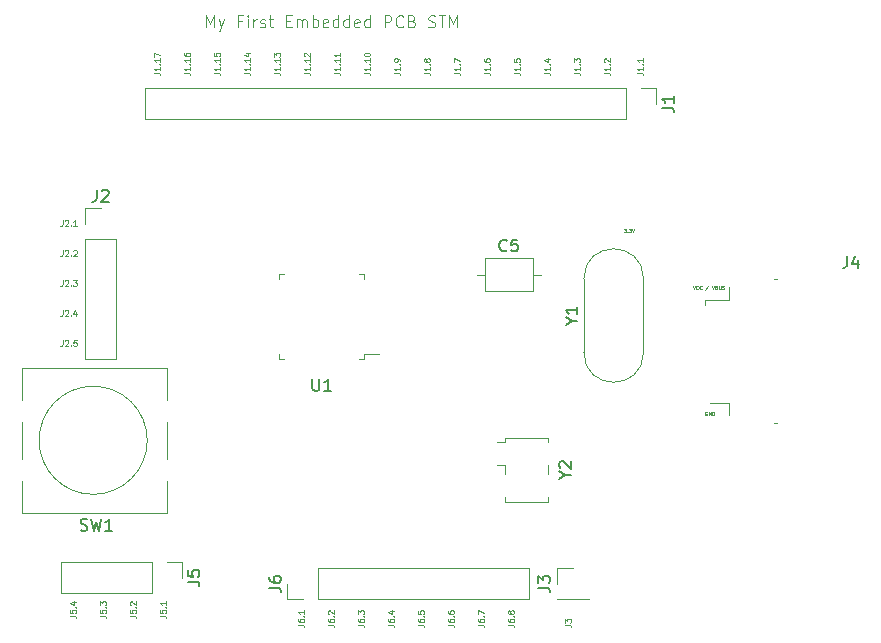
<source format=gbr>
%TF.GenerationSoftware,KiCad,Pcbnew,7.0.10*%
%TF.CreationDate,2024-03-02T18:49:49+09:00*%
%TF.ProjectId,STM32F103x8,53544d33-3246-4313-9033-78382e6b6963,rev?*%
%TF.SameCoordinates,Original*%
%TF.FileFunction,Legend,Top*%
%TF.FilePolarity,Positive*%
%FSLAX46Y46*%
G04 Gerber Fmt 4.6, Leading zero omitted, Abs format (unit mm)*
G04 Created by KiCad (PCBNEW 7.0.10) date 2024-03-02 18:49:49*
%MOMM*%
%LPD*%
G01*
G04 APERTURE LIST*
%ADD10C,0.100000*%
%ADD11C,0.075000*%
%ADD12C,0.150000*%
%ADD13C,0.120000*%
G04 APERTURE END LIST*
D10*
X123771693Y-65727609D02*
X123771693Y-66084752D01*
X123771693Y-66084752D02*
X123747884Y-66156180D01*
X123747884Y-66156180D02*
X123700265Y-66203800D01*
X123700265Y-66203800D02*
X123628836Y-66227609D01*
X123628836Y-66227609D02*
X123581217Y-66227609D01*
X123985979Y-65775228D02*
X124009788Y-65751419D01*
X124009788Y-65751419D02*
X124057407Y-65727609D01*
X124057407Y-65727609D02*
X124176455Y-65727609D01*
X124176455Y-65727609D02*
X124224074Y-65751419D01*
X124224074Y-65751419D02*
X124247883Y-65775228D01*
X124247883Y-65775228D02*
X124271693Y-65822847D01*
X124271693Y-65822847D02*
X124271693Y-65870466D01*
X124271693Y-65870466D02*
X124247883Y-65941895D01*
X124247883Y-65941895D02*
X123962169Y-66227609D01*
X123962169Y-66227609D02*
X124271693Y-66227609D01*
X124485978Y-66179990D02*
X124509788Y-66203800D01*
X124509788Y-66203800D02*
X124485978Y-66227609D01*
X124485978Y-66227609D02*
X124462169Y-66203800D01*
X124462169Y-66203800D02*
X124485978Y-66179990D01*
X124485978Y-66179990D02*
X124485978Y-66227609D01*
X124985978Y-66227609D02*
X124700264Y-66227609D01*
X124843121Y-66227609D02*
X124843121Y-65727609D01*
X124843121Y-65727609D02*
X124795502Y-65799038D01*
X124795502Y-65799038D02*
X124747883Y-65846657D01*
X124747883Y-65846657D02*
X124700264Y-65870466D01*
X123771693Y-73347609D02*
X123771693Y-73704752D01*
X123771693Y-73704752D02*
X123747884Y-73776180D01*
X123747884Y-73776180D02*
X123700265Y-73823800D01*
X123700265Y-73823800D02*
X123628836Y-73847609D01*
X123628836Y-73847609D02*
X123581217Y-73847609D01*
X123985979Y-73395228D02*
X124009788Y-73371419D01*
X124009788Y-73371419D02*
X124057407Y-73347609D01*
X124057407Y-73347609D02*
X124176455Y-73347609D01*
X124176455Y-73347609D02*
X124224074Y-73371419D01*
X124224074Y-73371419D02*
X124247883Y-73395228D01*
X124247883Y-73395228D02*
X124271693Y-73442847D01*
X124271693Y-73442847D02*
X124271693Y-73490466D01*
X124271693Y-73490466D02*
X124247883Y-73561895D01*
X124247883Y-73561895D02*
X123962169Y-73847609D01*
X123962169Y-73847609D02*
X124271693Y-73847609D01*
X124485978Y-73799990D02*
X124509788Y-73823800D01*
X124509788Y-73823800D02*
X124485978Y-73847609D01*
X124485978Y-73847609D02*
X124462169Y-73823800D01*
X124462169Y-73823800D02*
X124485978Y-73799990D01*
X124485978Y-73799990D02*
X124485978Y-73847609D01*
X124938359Y-73514276D02*
X124938359Y-73847609D01*
X124819311Y-73323800D02*
X124700264Y-73680942D01*
X124700264Y-73680942D02*
X125009787Y-73680942D01*
X146245609Y-100002306D02*
X146602752Y-100002306D01*
X146602752Y-100002306D02*
X146674180Y-100026115D01*
X146674180Y-100026115D02*
X146721800Y-100073734D01*
X146721800Y-100073734D02*
X146745609Y-100145163D01*
X146745609Y-100145163D02*
X146745609Y-100192782D01*
X146245609Y-99549925D02*
X146245609Y-99645163D01*
X146245609Y-99645163D02*
X146269419Y-99692782D01*
X146269419Y-99692782D02*
X146293228Y-99716592D01*
X146293228Y-99716592D02*
X146364657Y-99764211D01*
X146364657Y-99764211D02*
X146459895Y-99788020D01*
X146459895Y-99788020D02*
X146650371Y-99788020D01*
X146650371Y-99788020D02*
X146697990Y-99764211D01*
X146697990Y-99764211D02*
X146721800Y-99740401D01*
X146721800Y-99740401D02*
X146745609Y-99692782D01*
X146745609Y-99692782D02*
X146745609Y-99597544D01*
X146745609Y-99597544D02*
X146721800Y-99549925D01*
X146721800Y-99549925D02*
X146697990Y-99526116D01*
X146697990Y-99526116D02*
X146650371Y-99502306D01*
X146650371Y-99502306D02*
X146531323Y-99502306D01*
X146531323Y-99502306D02*
X146483704Y-99526116D01*
X146483704Y-99526116D02*
X146459895Y-99549925D01*
X146459895Y-99549925D02*
X146436085Y-99597544D01*
X146436085Y-99597544D02*
X146436085Y-99692782D01*
X146436085Y-99692782D02*
X146459895Y-99740401D01*
X146459895Y-99740401D02*
X146483704Y-99764211D01*
X146483704Y-99764211D02*
X146531323Y-99788020D01*
X146697990Y-99288021D02*
X146721800Y-99264211D01*
X146721800Y-99264211D02*
X146745609Y-99288021D01*
X146745609Y-99288021D02*
X146721800Y-99311830D01*
X146721800Y-99311830D02*
X146697990Y-99288021D01*
X146697990Y-99288021D02*
X146745609Y-99288021D01*
X146293228Y-99073735D02*
X146269419Y-99049926D01*
X146269419Y-99049926D02*
X146245609Y-99002307D01*
X146245609Y-99002307D02*
X146245609Y-98883259D01*
X146245609Y-98883259D02*
X146269419Y-98835640D01*
X146269419Y-98835640D02*
X146293228Y-98811831D01*
X146293228Y-98811831D02*
X146340847Y-98788021D01*
X146340847Y-98788021D02*
X146388466Y-98788021D01*
X146388466Y-98788021D02*
X146459895Y-98811831D01*
X146459895Y-98811831D02*
X146745609Y-99097545D01*
X146745609Y-99097545D02*
X146745609Y-98788021D01*
X156913609Y-53266306D02*
X157270752Y-53266306D01*
X157270752Y-53266306D02*
X157342180Y-53290115D01*
X157342180Y-53290115D02*
X157389800Y-53337734D01*
X157389800Y-53337734D02*
X157413609Y-53409163D01*
X157413609Y-53409163D02*
X157413609Y-53456782D01*
X157413609Y-52766306D02*
X157413609Y-53052020D01*
X157413609Y-52909163D02*
X156913609Y-52909163D01*
X156913609Y-52909163D02*
X156985038Y-52956782D01*
X156985038Y-52956782D02*
X157032657Y-53004401D01*
X157032657Y-53004401D02*
X157056466Y-53052020D01*
X157365990Y-52552021D02*
X157389800Y-52528211D01*
X157389800Y-52528211D02*
X157413609Y-52552021D01*
X157413609Y-52552021D02*
X157389800Y-52575830D01*
X157389800Y-52575830D02*
X157365990Y-52552021D01*
X157365990Y-52552021D02*
X157413609Y-52552021D01*
X156913609Y-52361545D02*
X156913609Y-52028212D01*
X156913609Y-52028212D02*
X157413609Y-52242497D01*
X135939884Y-49402419D02*
X135939884Y-48402419D01*
X135939884Y-48402419D02*
X136273217Y-49116704D01*
X136273217Y-49116704D02*
X136606550Y-48402419D01*
X136606550Y-48402419D02*
X136606550Y-49402419D01*
X136987503Y-48735752D02*
X137225598Y-49402419D01*
X137463693Y-48735752D02*
X137225598Y-49402419D01*
X137225598Y-49402419D02*
X137130360Y-49640514D01*
X137130360Y-49640514D02*
X137082741Y-49688133D01*
X137082741Y-49688133D02*
X136987503Y-49735752D01*
X138939884Y-48878609D02*
X138606551Y-48878609D01*
X138606551Y-49402419D02*
X138606551Y-48402419D01*
X138606551Y-48402419D02*
X139082741Y-48402419D01*
X139463694Y-49402419D02*
X139463694Y-48735752D01*
X139463694Y-48402419D02*
X139416075Y-48450038D01*
X139416075Y-48450038D02*
X139463694Y-48497657D01*
X139463694Y-48497657D02*
X139511313Y-48450038D01*
X139511313Y-48450038D02*
X139463694Y-48402419D01*
X139463694Y-48402419D02*
X139463694Y-48497657D01*
X139939884Y-49402419D02*
X139939884Y-48735752D01*
X139939884Y-48926228D02*
X139987503Y-48830990D01*
X139987503Y-48830990D02*
X140035122Y-48783371D01*
X140035122Y-48783371D02*
X140130360Y-48735752D01*
X140130360Y-48735752D02*
X140225598Y-48735752D01*
X140511313Y-49354800D02*
X140606551Y-49402419D01*
X140606551Y-49402419D02*
X140797027Y-49402419D01*
X140797027Y-49402419D02*
X140892265Y-49354800D01*
X140892265Y-49354800D02*
X140939884Y-49259561D01*
X140939884Y-49259561D02*
X140939884Y-49211942D01*
X140939884Y-49211942D02*
X140892265Y-49116704D01*
X140892265Y-49116704D02*
X140797027Y-49069085D01*
X140797027Y-49069085D02*
X140654170Y-49069085D01*
X140654170Y-49069085D02*
X140558932Y-49021466D01*
X140558932Y-49021466D02*
X140511313Y-48926228D01*
X140511313Y-48926228D02*
X140511313Y-48878609D01*
X140511313Y-48878609D02*
X140558932Y-48783371D01*
X140558932Y-48783371D02*
X140654170Y-48735752D01*
X140654170Y-48735752D02*
X140797027Y-48735752D01*
X140797027Y-48735752D02*
X140892265Y-48783371D01*
X141225599Y-48735752D02*
X141606551Y-48735752D01*
X141368456Y-48402419D02*
X141368456Y-49259561D01*
X141368456Y-49259561D02*
X141416075Y-49354800D01*
X141416075Y-49354800D02*
X141511313Y-49402419D01*
X141511313Y-49402419D02*
X141606551Y-49402419D01*
X142701790Y-48878609D02*
X143035123Y-48878609D01*
X143177980Y-49402419D02*
X142701790Y-49402419D01*
X142701790Y-49402419D02*
X142701790Y-48402419D01*
X142701790Y-48402419D02*
X143177980Y-48402419D01*
X143606552Y-49402419D02*
X143606552Y-48735752D01*
X143606552Y-48830990D02*
X143654171Y-48783371D01*
X143654171Y-48783371D02*
X143749409Y-48735752D01*
X143749409Y-48735752D02*
X143892266Y-48735752D01*
X143892266Y-48735752D02*
X143987504Y-48783371D01*
X143987504Y-48783371D02*
X144035123Y-48878609D01*
X144035123Y-48878609D02*
X144035123Y-49402419D01*
X144035123Y-48878609D02*
X144082742Y-48783371D01*
X144082742Y-48783371D02*
X144177980Y-48735752D01*
X144177980Y-48735752D02*
X144320837Y-48735752D01*
X144320837Y-48735752D02*
X144416076Y-48783371D01*
X144416076Y-48783371D02*
X144463695Y-48878609D01*
X144463695Y-48878609D02*
X144463695Y-49402419D01*
X144939885Y-49402419D02*
X144939885Y-48402419D01*
X144939885Y-48783371D02*
X145035123Y-48735752D01*
X145035123Y-48735752D02*
X145225599Y-48735752D01*
X145225599Y-48735752D02*
X145320837Y-48783371D01*
X145320837Y-48783371D02*
X145368456Y-48830990D01*
X145368456Y-48830990D02*
X145416075Y-48926228D01*
X145416075Y-48926228D02*
X145416075Y-49211942D01*
X145416075Y-49211942D02*
X145368456Y-49307180D01*
X145368456Y-49307180D02*
X145320837Y-49354800D01*
X145320837Y-49354800D02*
X145225599Y-49402419D01*
X145225599Y-49402419D02*
X145035123Y-49402419D01*
X145035123Y-49402419D02*
X144939885Y-49354800D01*
X146225599Y-49354800D02*
X146130361Y-49402419D01*
X146130361Y-49402419D02*
X145939885Y-49402419D01*
X145939885Y-49402419D02*
X145844647Y-49354800D01*
X145844647Y-49354800D02*
X145797028Y-49259561D01*
X145797028Y-49259561D02*
X145797028Y-48878609D01*
X145797028Y-48878609D02*
X145844647Y-48783371D01*
X145844647Y-48783371D02*
X145939885Y-48735752D01*
X145939885Y-48735752D02*
X146130361Y-48735752D01*
X146130361Y-48735752D02*
X146225599Y-48783371D01*
X146225599Y-48783371D02*
X146273218Y-48878609D01*
X146273218Y-48878609D02*
X146273218Y-48973847D01*
X146273218Y-48973847D02*
X145797028Y-49069085D01*
X147130361Y-49402419D02*
X147130361Y-48402419D01*
X147130361Y-49354800D02*
X147035123Y-49402419D01*
X147035123Y-49402419D02*
X146844647Y-49402419D01*
X146844647Y-49402419D02*
X146749409Y-49354800D01*
X146749409Y-49354800D02*
X146701790Y-49307180D01*
X146701790Y-49307180D02*
X146654171Y-49211942D01*
X146654171Y-49211942D02*
X146654171Y-48926228D01*
X146654171Y-48926228D02*
X146701790Y-48830990D01*
X146701790Y-48830990D02*
X146749409Y-48783371D01*
X146749409Y-48783371D02*
X146844647Y-48735752D01*
X146844647Y-48735752D02*
X147035123Y-48735752D01*
X147035123Y-48735752D02*
X147130361Y-48783371D01*
X148035123Y-49402419D02*
X148035123Y-48402419D01*
X148035123Y-49354800D02*
X147939885Y-49402419D01*
X147939885Y-49402419D02*
X147749409Y-49402419D01*
X147749409Y-49402419D02*
X147654171Y-49354800D01*
X147654171Y-49354800D02*
X147606552Y-49307180D01*
X147606552Y-49307180D02*
X147558933Y-49211942D01*
X147558933Y-49211942D02*
X147558933Y-48926228D01*
X147558933Y-48926228D02*
X147606552Y-48830990D01*
X147606552Y-48830990D02*
X147654171Y-48783371D01*
X147654171Y-48783371D02*
X147749409Y-48735752D01*
X147749409Y-48735752D02*
X147939885Y-48735752D01*
X147939885Y-48735752D02*
X148035123Y-48783371D01*
X148892266Y-49354800D02*
X148797028Y-49402419D01*
X148797028Y-49402419D02*
X148606552Y-49402419D01*
X148606552Y-49402419D02*
X148511314Y-49354800D01*
X148511314Y-49354800D02*
X148463695Y-49259561D01*
X148463695Y-49259561D02*
X148463695Y-48878609D01*
X148463695Y-48878609D02*
X148511314Y-48783371D01*
X148511314Y-48783371D02*
X148606552Y-48735752D01*
X148606552Y-48735752D02*
X148797028Y-48735752D01*
X148797028Y-48735752D02*
X148892266Y-48783371D01*
X148892266Y-48783371D02*
X148939885Y-48878609D01*
X148939885Y-48878609D02*
X148939885Y-48973847D01*
X148939885Y-48973847D02*
X148463695Y-49069085D01*
X149797028Y-49402419D02*
X149797028Y-48402419D01*
X149797028Y-49354800D02*
X149701790Y-49402419D01*
X149701790Y-49402419D02*
X149511314Y-49402419D01*
X149511314Y-49402419D02*
X149416076Y-49354800D01*
X149416076Y-49354800D02*
X149368457Y-49307180D01*
X149368457Y-49307180D02*
X149320838Y-49211942D01*
X149320838Y-49211942D02*
X149320838Y-48926228D01*
X149320838Y-48926228D02*
X149368457Y-48830990D01*
X149368457Y-48830990D02*
X149416076Y-48783371D01*
X149416076Y-48783371D02*
X149511314Y-48735752D01*
X149511314Y-48735752D02*
X149701790Y-48735752D01*
X149701790Y-48735752D02*
X149797028Y-48783371D01*
X151035124Y-49402419D02*
X151035124Y-48402419D01*
X151035124Y-48402419D02*
X151416076Y-48402419D01*
X151416076Y-48402419D02*
X151511314Y-48450038D01*
X151511314Y-48450038D02*
X151558933Y-48497657D01*
X151558933Y-48497657D02*
X151606552Y-48592895D01*
X151606552Y-48592895D02*
X151606552Y-48735752D01*
X151606552Y-48735752D02*
X151558933Y-48830990D01*
X151558933Y-48830990D02*
X151511314Y-48878609D01*
X151511314Y-48878609D02*
X151416076Y-48926228D01*
X151416076Y-48926228D02*
X151035124Y-48926228D01*
X152606552Y-49307180D02*
X152558933Y-49354800D01*
X152558933Y-49354800D02*
X152416076Y-49402419D01*
X152416076Y-49402419D02*
X152320838Y-49402419D01*
X152320838Y-49402419D02*
X152177981Y-49354800D01*
X152177981Y-49354800D02*
X152082743Y-49259561D01*
X152082743Y-49259561D02*
X152035124Y-49164323D01*
X152035124Y-49164323D02*
X151987505Y-48973847D01*
X151987505Y-48973847D02*
X151987505Y-48830990D01*
X151987505Y-48830990D02*
X152035124Y-48640514D01*
X152035124Y-48640514D02*
X152082743Y-48545276D01*
X152082743Y-48545276D02*
X152177981Y-48450038D01*
X152177981Y-48450038D02*
X152320838Y-48402419D01*
X152320838Y-48402419D02*
X152416076Y-48402419D01*
X152416076Y-48402419D02*
X152558933Y-48450038D01*
X152558933Y-48450038D02*
X152606552Y-48497657D01*
X153368457Y-48878609D02*
X153511314Y-48926228D01*
X153511314Y-48926228D02*
X153558933Y-48973847D01*
X153558933Y-48973847D02*
X153606552Y-49069085D01*
X153606552Y-49069085D02*
X153606552Y-49211942D01*
X153606552Y-49211942D02*
X153558933Y-49307180D01*
X153558933Y-49307180D02*
X153511314Y-49354800D01*
X153511314Y-49354800D02*
X153416076Y-49402419D01*
X153416076Y-49402419D02*
X153035124Y-49402419D01*
X153035124Y-49402419D02*
X153035124Y-48402419D01*
X153035124Y-48402419D02*
X153368457Y-48402419D01*
X153368457Y-48402419D02*
X153463695Y-48450038D01*
X153463695Y-48450038D02*
X153511314Y-48497657D01*
X153511314Y-48497657D02*
X153558933Y-48592895D01*
X153558933Y-48592895D02*
X153558933Y-48688133D01*
X153558933Y-48688133D02*
X153511314Y-48783371D01*
X153511314Y-48783371D02*
X153463695Y-48830990D01*
X153463695Y-48830990D02*
X153368457Y-48878609D01*
X153368457Y-48878609D02*
X153035124Y-48878609D01*
X154749410Y-49354800D02*
X154892267Y-49402419D01*
X154892267Y-49402419D02*
X155130362Y-49402419D01*
X155130362Y-49402419D02*
X155225600Y-49354800D01*
X155225600Y-49354800D02*
X155273219Y-49307180D01*
X155273219Y-49307180D02*
X155320838Y-49211942D01*
X155320838Y-49211942D02*
X155320838Y-49116704D01*
X155320838Y-49116704D02*
X155273219Y-49021466D01*
X155273219Y-49021466D02*
X155225600Y-48973847D01*
X155225600Y-48973847D02*
X155130362Y-48926228D01*
X155130362Y-48926228D02*
X154939886Y-48878609D01*
X154939886Y-48878609D02*
X154844648Y-48830990D01*
X154844648Y-48830990D02*
X154797029Y-48783371D01*
X154797029Y-48783371D02*
X154749410Y-48688133D01*
X154749410Y-48688133D02*
X154749410Y-48592895D01*
X154749410Y-48592895D02*
X154797029Y-48497657D01*
X154797029Y-48497657D02*
X154844648Y-48450038D01*
X154844648Y-48450038D02*
X154939886Y-48402419D01*
X154939886Y-48402419D02*
X155177981Y-48402419D01*
X155177981Y-48402419D02*
X155320838Y-48450038D01*
X155606553Y-48402419D02*
X156177981Y-48402419D01*
X155892267Y-49402419D02*
X155892267Y-48402419D01*
X156511315Y-49402419D02*
X156511315Y-48402419D01*
X156511315Y-48402419D02*
X156844648Y-49116704D01*
X156844648Y-49116704D02*
X157177981Y-48402419D01*
X157177981Y-48402419D02*
X157177981Y-49402419D01*
X129481609Y-99240306D02*
X129838752Y-99240306D01*
X129838752Y-99240306D02*
X129910180Y-99264115D01*
X129910180Y-99264115D02*
X129957800Y-99311734D01*
X129957800Y-99311734D02*
X129981609Y-99383163D01*
X129981609Y-99383163D02*
X129981609Y-99430782D01*
X129481609Y-98764116D02*
X129481609Y-99002211D01*
X129481609Y-99002211D02*
X129719704Y-99026020D01*
X129719704Y-99026020D02*
X129695895Y-99002211D01*
X129695895Y-99002211D02*
X129672085Y-98954592D01*
X129672085Y-98954592D02*
X129672085Y-98835544D01*
X129672085Y-98835544D02*
X129695895Y-98787925D01*
X129695895Y-98787925D02*
X129719704Y-98764116D01*
X129719704Y-98764116D02*
X129767323Y-98740306D01*
X129767323Y-98740306D02*
X129886371Y-98740306D01*
X129886371Y-98740306D02*
X129933990Y-98764116D01*
X129933990Y-98764116D02*
X129957800Y-98787925D01*
X129957800Y-98787925D02*
X129981609Y-98835544D01*
X129981609Y-98835544D02*
X129981609Y-98954592D01*
X129981609Y-98954592D02*
X129957800Y-99002211D01*
X129957800Y-99002211D02*
X129933990Y-99026020D01*
X129933990Y-98526021D02*
X129957800Y-98502211D01*
X129957800Y-98502211D02*
X129981609Y-98526021D01*
X129981609Y-98526021D02*
X129957800Y-98549830D01*
X129957800Y-98549830D02*
X129933990Y-98526021D01*
X129933990Y-98526021D02*
X129981609Y-98526021D01*
X129529228Y-98311735D02*
X129505419Y-98287926D01*
X129505419Y-98287926D02*
X129481609Y-98240307D01*
X129481609Y-98240307D02*
X129481609Y-98121259D01*
X129481609Y-98121259D02*
X129505419Y-98073640D01*
X129505419Y-98073640D02*
X129529228Y-98049831D01*
X129529228Y-98049831D02*
X129576847Y-98026021D01*
X129576847Y-98026021D02*
X129624466Y-98026021D01*
X129624466Y-98026021D02*
X129695895Y-98049831D01*
X129695895Y-98049831D02*
X129981609Y-98335545D01*
X129981609Y-98335545D02*
X129981609Y-98026021D01*
X141673609Y-53266306D02*
X142030752Y-53266306D01*
X142030752Y-53266306D02*
X142102180Y-53290115D01*
X142102180Y-53290115D02*
X142149800Y-53337734D01*
X142149800Y-53337734D02*
X142173609Y-53409163D01*
X142173609Y-53409163D02*
X142173609Y-53456782D01*
X142173609Y-52766306D02*
X142173609Y-53052020D01*
X142173609Y-52909163D02*
X141673609Y-52909163D01*
X141673609Y-52909163D02*
X141745038Y-52956782D01*
X141745038Y-52956782D02*
X141792657Y-53004401D01*
X141792657Y-53004401D02*
X141816466Y-53052020D01*
X142125990Y-52552021D02*
X142149800Y-52528211D01*
X142149800Y-52528211D02*
X142173609Y-52552021D01*
X142173609Y-52552021D02*
X142149800Y-52575830D01*
X142149800Y-52575830D02*
X142125990Y-52552021D01*
X142125990Y-52552021D02*
X142173609Y-52552021D01*
X142173609Y-52052021D02*
X142173609Y-52337735D01*
X142173609Y-52194878D02*
X141673609Y-52194878D01*
X141673609Y-52194878D02*
X141745038Y-52242497D01*
X141745038Y-52242497D02*
X141792657Y-52290116D01*
X141792657Y-52290116D02*
X141816466Y-52337735D01*
X141673609Y-51885355D02*
X141673609Y-51575831D01*
X141673609Y-51575831D02*
X141864085Y-51742498D01*
X141864085Y-51742498D02*
X141864085Y-51671069D01*
X141864085Y-51671069D02*
X141887895Y-51623450D01*
X141887895Y-51623450D02*
X141911704Y-51599641D01*
X141911704Y-51599641D02*
X141959323Y-51575831D01*
X141959323Y-51575831D02*
X142078371Y-51575831D01*
X142078371Y-51575831D02*
X142125990Y-51599641D01*
X142125990Y-51599641D02*
X142149800Y-51623450D01*
X142149800Y-51623450D02*
X142173609Y-51671069D01*
X142173609Y-51671069D02*
X142173609Y-51813926D01*
X142173609Y-51813926D02*
X142149800Y-51861545D01*
X142149800Y-51861545D02*
X142125990Y-51885355D01*
X166311609Y-100002306D02*
X166668752Y-100002306D01*
X166668752Y-100002306D02*
X166740180Y-100026115D01*
X166740180Y-100026115D02*
X166787800Y-100073734D01*
X166787800Y-100073734D02*
X166811609Y-100145163D01*
X166811609Y-100145163D02*
X166811609Y-100192782D01*
X166311609Y-99811830D02*
X166311609Y-99502306D01*
X166311609Y-99502306D02*
X166502085Y-99668973D01*
X166502085Y-99668973D02*
X166502085Y-99597544D01*
X166502085Y-99597544D02*
X166525895Y-99549925D01*
X166525895Y-99549925D02*
X166549704Y-99526116D01*
X166549704Y-99526116D02*
X166597323Y-99502306D01*
X166597323Y-99502306D02*
X166716371Y-99502306D01*
X166716371Y-99502306D02*
X166763990Y-99526116D01*
X166763990Y-99526116D02*
X166787800Y-99549925D01*
X166787800Y-99549925D02*
X166811609Y-99597544D01*
X166811609Y-99597544D02*
X166811609Y-99740401D01*
X166811609Y-99740401D02*
X166787800Y-99788020D01*
X166787800Y-99788020D02*
X166763990Y-99811830D01*
X139133609Y-53266306D02*
X139490752Y-53266306D01*
X139490752Y-53266306D02*
X139562180Y-53290115D01*
X139562180Y-53290115D02*
X139609800Y-53337734D01*
X139609800Y-53337734D02*
X139633609Y-53409163D01*
X139633609Y-53409163D02*
X139633609Y-53456782D01*
X139633609Y-52766306D02*
X139633609Y-53052020D01*
X139633609Y-52909163D02*
X139133609Y-52909163D01*
X139133609Y-52909163D02*
X139205038Y-52956782D01*
X139205038Y-52956782D02*
X139252657Y-53004401D01*
X139252657Y-53004401D02*
X139276466Y-53052020D01*
X139585990Y-52552021D02*
X139609800Y-52528211D01*
X139609800Y-52528211D02*
X139633609Y-52552021D01*
X139633609Y-52552021D02*
X139609800Y-52575830D01*
X139609800Y-52575830D02*
X139585990Y-52552021D01*
X139585990Y-52552021D02*
X139633609Y-52552021D01*
X139633609Y-52052021D02*
X139633609Y-52337735D01*
X139633609Y-52194878D02*
X139133609Y-52194878D01*
X139133609Y-52194878D02*
X139205038Y-52242497D01*
X139205038Y-52242497D02*
X139252657Y-52290116D01*
X139252657Y-52290116D02*
X139276466Y-52337735D01*
X139300276Y-51623450D02*
X139633609Y-51623450D01*
X139109800Y-51742498D02*
X139466942Y-51861545D01*
X139466942Y-51861545D02*
X139466942Y-51552022D01*
X126941609Y-99240306D02*
X127298752Y-99240306D01*
X127298752Y-99240306D02*
X127370180Y-99264115D01*
X127370180Y-99264115D02*
X127417800Y-99311734D01*
X127417800Y-99311734D02*
X127441609Y-99383163D01*
X127441609Y-99383163D02*
X127441609Y-99430782D01*
X126941609Y-98764116D02*
X126941609Y-99002211D01*
X126941609Y-99002211D02*
X127179704Y-99026020D01*
X127179704Y-99026020D02*
X127155895Y-99002211D01*
X127155895Y-99002211D02*
X127132085Y-98954592D01*
X127132085Y-98954592D02*
X127132085Y-98835544D01*
X127132085Y-98835544D02*
X127155895Y-98787925D01*
X127155895Y-98787925D02*
X127179704Y-98764116D01*
X127179704Y-98764116D02*
X127227323Y-98740306D01*
X127227323Y-98740306D02*
X127346371Y-98740306D01*
X127346371Y-98740306D02*
X127393990Y-98764116D01*
X127393990Y-98764116D02*
X127417800Y-98787925D01*
X127417800Y-98787925D02*
X127441609Y-98835544D01*
X127441609Y-98835544D02*
X127441609Y-98954592D01*
X127441609Y-98954592D02*
X127417800Y-99002211D01*
X127417800Y-99002211D02*
X127393990Y-99026020D01*
X127393990Y-98526021D02*
X127417800Y-98502211D01*
X127417800Y-98502211D02*
X127441609Y-98526021D01*
X127441609Y-98526021D02*
X127417800Y-98549830D01*
X127417800Y-98549830D02*
X127393990Y-98526021D01*
X127393990Y-98526021D02*
X127441609Y-98526021D01*
X126941609Y-98335545D02*
X126941609Y-98026021D01*
X126941609Y-98026021D02*
X127132085Y-98192688D01*
X127132085Y-98192688D02*
X127132085Y-98121259D01*
X127132085Y-98121259D02*
X127155895Y-98073640D01*
X127155895Y-98073640D02*
X127179704Y-98049831D01*
X127179704Y-98049831D02*
X127227323Y-98026021D01*
X127227323Y-98026021D02*
X127346371Y-98026021D01*
X127346371Y-98026021D02*
X127393990Y-98049831D01*
X127393990Y-98049831D02*
X127417800Y-98073640D01*
X127417800Y-98073640D02*
X127441609Y-98121259D01*
X127441609Y-98121259D02*
X127441609Y-98264116D01*
X127441609Y-98264116D02*
X127417800Y-98311735D01*
X127417800Y-98311735D02*
X127393990Y-98335545D01*
X167073609Y-53266306D02*
X167430752Y-53266306D01*
X167430752Y-53266306D02*
X167502180Y-53290115D01*
X167502180Y-53290115D02*
X167549800Y-53337734D01*
X167549800Y-53337734D02*
X167573609Y-53409163D01*
X167573609Y-53409163D02*
X167573609Y-53456782D01*
X167573609Y-52766306D02*
X167573609Y-53052020D01*
X167573609Y-52909163D02*
X167073609Y-52909163D01*
X167073609Y-52909163D02*
X167145038Y-52956782D01*
X167145038Y-52956782D02*
X167192657Y-53004401D01*
X167192657Y-53004401D02*
X167216466Y-53052020D01*
X167525990Y-52552021D02*
X167549800Y-52528211D01*
X167549800Y-52528211D02*
X167573609Y-52552021D01*
X167573609Y-52552021D02*
X167549800Y-52575830D01*
X167549800Y-52575830D02*
X167525990Y-52552021D01*
X167525990Y-52552021D02*
X167573609Y-52552021D01*
X167073609Y-52361545D02*
X167073609Y-52052021D01*
X167073609Y-52052021D02*
X167264085Y-52218688D01*
X167264085Y-52218688D02*
X167264085Y-52147259D01*
X167264085Y-52147259D02*
X167287895Y-52099640D01*
X167287895Y-52099640D02*
X167311704Y-52075831D01*
X167311704Y-52075831D02*
X167359323Y-52052021D01*
X167359323Y-52052021D02*
X167478371Y-52052021D01*
X167478371Y-52052021D02*
X167525990Y-52075831D01*
X167525990Y-52075831D02*
X167549800Y-52099640D01*
X167549800Y-52099640D02*
X167573609Y-52147259D01*
X167573609Y-52147259D02*
X167573609Y-52290116D01*
X167573609Y-52290116D02*
X167549800Y-52337735D01*
X167549800Y-52337735D02*
X167525990Y-52361545D01*
X144213609Y-53266306D02*
X144570752Y-53266306D01*
X144570752Y-53266306D02*
X144642180Y-53290115D01*
X144642180Y-53290115D02*
X144689800Y-53337734D01*
X144689800Y-53337734D02*
X144713609Y-53409163D01*
X144713609Y-53409163D02*
X144713609Y-53456782D01*
X144713609Y-52766306D02*
X144713609Y-53052020D01*
X144713609Y-52909163D02*
X144213609Y-52909163D01*
X144213609Y-52909163D02*
X144285038Y-52956782D01*
X144285038Y-52956782D02*
X144332657Y-53004401D01*
X144332657Y-53004401D02*
X144356466Y-53052020D01*
X144665990Y-52552021D02*
X144689800Y-52528211D01*
X144689800Y-52528211D02*
X144713609Y-52552021D01*
X144713609Y-52552021D02*
X144689800Y-52575830D01*
X144689800Y-52575830D02*
X144665990Y-52552021D01*
X144665990Y-52552021D02*
X144713609Y-52552021D01*
X144713609Y-52052021D02*
X144713609Y-52337735D01*
X144713609Y-52194878D02*
X144213609Y-52194878D01*
X144213609Y-52194878D02*
X144285038Y-52242497D01*
X144285038Y-52242497D02*
X144332657Y-52290116D01*
X144332657Y-52290116D02*
X144356466Y-52337735D01*
X144261228Y-51861545D02*
X144237419Y-51837736D01*
X144237419Y-51837736D02*
X144213609Y-51790117D01*
X144213609Y-51790117D02*
X144213609Y-51671069D01*
X144213609Y-51671069D02*
X144237419Y-51623450D01*
X144237419Y-51623450D02*
X144261228Y-51599641D01*
X144261228Y-51599641D02*
X144308847Y-51575831D01*
X144308847Y-51575831D02*
X144356466Y-51575831D01*
X144356466Y-51575831D02*
X144427895Y-51599641D01*
X144427895Y-51599641D02*
X144713609Y-51885355D01*
X144713609Y-51885355D02*
X144713609Y-51575831D01*
X159453609Y-53266306D02*
X159810752Y-53266306D01*
X159810752Y-53266306D02*
X159882180Y-53290115D01*
X159882180Y-53290115D02*
X159929800Y-53337734D01*
X159929800Y-53337734D02*
X159953609Y-53409163D01*
X159953609Y-53409163D02*
X159953609Y-53456782D01*
X159953609Y-52766306D02*
X159953609Y-53052020D01*
X159953609Y-52909163D02*
X159453609Y-52909163D01*
X159453609Y-52909163D02*
X159525038Y-52956782D01*
X159525038Y-52956782D02*
X159572657Y-53004401D01*
X159572657Y-53004401D02*
X159596466Y-53052020D01*
X159905990Y-52552021D02*
X159929800Y-52528211D01*
X159929800Y-52528211D02*
X159953609Y-52552021D01*
X159953609Y-52552021D02*
X159929800Y-52575830D01*
X159929800Y-52575830D02*
X159905990Y-52552021D01*
X159905990Y-52552021D02*
X159953609Y-52552021D01*
X159453609Y-52099640D02*
X159453609Y-52194878D01*
X159453609Y-52194878D02*
X159477419Y-52242497D01*
X159477419Y-52242497D02*
X159501228Y-52266307D01*
X159501228Y-52266307D02*
X159572657Y-52313926D01*
X159572657Y-52313926D02*
X159667895Y-52337735D01*
X159667895Y-52337735D02*
X159858371Y-52337735D01*
X159858371Y-52337735D02*
X159905990Y-52313926D01*
X159905990Y-52313926D02*
X159929800Y-52290116D01*
X159929800Y-52290116D02*
X159953609Y-52242497D01*
X159953609Y-52242497D02*
X159953609Y-52147259D01*
X159953609Y-52147259D02*
X159929800Y-52099640D01*
X159929800Y-52099640D02*
X159905990Y-52075831D01*
X159905990Y-52075831D02*
X159858371Y-52052021D01*
X159858371Y-52052021D02*
X159739323Y-52052021D01*
X159739323Y-52052021D02*
X159691704Y-52075831D01*
X159691704Y-52075831D02*
X159667895Y-52099640D01*
X159667895Y-52099640D02*
X159644085Y-52147259D01*
X159644085Y-52147259D02*
X159644085Y-52242497D01*
X159644085Y-52242497D02*
X159667895Y-52290116D01*
X159667895Y-52290116D02*
X159691704Y-52313926D01*
X159691704Y-52313926D02*
X159739323Y-52337735D01*
X131513609Y-53266306D02*
X131870752Y-53266306D01*
X131870752Y-53266306D02*
X131942180Y-53290115D01*
X131942180Y-53290115D02*
X131989800Y-53337734D01*
X131989800Y-53337734D02*
X132013609Y-53409163D01*
X132013609Y-53409163D02*
X132013609Y-53456782D01*
X132013609Y-52766306D02*
X132013609Y-53052020D01*
X132013609Y-52909163D02*
X131513609Y-52909163D01*
X131513609Y-52909163D02*
X131585038Y-52956782D01*
X131585038Y-52956782D02*
X131632657Y-53004401D01*
X131632657Y-53004401D02*
X131656466Y-53052020D01*
X131965990Y-52552021D02*
X131989800Y-52528211D01*
X131989800Y-52528211D02*
X132013609Y-52552021D01*
X132013609Y-52552021D02*
X131989800Y-52575830D01*
X131989800Y-52575830D02*
X131965990Y-52552021D01*
X131965990Y-52552021D02*
X132013609Y-52552021D01*
X132013609Y-52052021D02*
X132013609Y-52337735D01*
X132013609Y-52194878D02*
X131513609Y-52194878D01*
X131513609Y-52194878D02*
X131585038Y-52242497D01*
X131585038Y-52242497D02*
X131632657Y-52290116D01*
X131632657Y-52290116D02*
X131656466Y-52337735D01*
X131513609Y-51885355D02*
X131513609Y-51552022D01*
X131513609Y-51552022D02*
X132013609Y-51766307D01*
X156405609Y-100002306D02*
X156762752Y-100002306D01*
X156762752Y-100002306D02*
X156834180Y-100026115D01*
X156834180Y-100026115D02*
X156881800Y-100073734D01*
X156881800Y-100073734D02*
X156905609Y-100145163D01*
X156905609Y-100145163D02*
X156905609Y-100192782D01*
X156405609Y-99549925D02*
X156405609Y-99645163D01*
X156405609Y-99645163D02*
X156429419Y-99692782D01*
X156429419Y-99692782D02*
X156453228Y-99716592D01*
X156453228Y-99716592D02*
X156524657Y-99764211D01*
X156524657Y-99764211D02*
X156619895Y-99788020D01*
X156619895Y-99788020D02*
X156810371Y-99788020D01*
X156810371Y-99788020D02*
X156857990Y-99764211D01*
X156857990Y-99764211D02*
X156881800Y-99740401D01*
X156881800Y-99740401D02*
X156905609Y-99692782D01*
X156905609Y-99692782D02*
X156905609Y-99597544D01*
X156905609Y-99597544D02*
X156881800Y-99549925D01*
X156881800Y-99549925D02*
X156857990Y-99526116D01*
X156857990Y-99526116D02*
X156810371Y-99502306D01*
X156810371Y-99502306D02*
X156691323Y-99502306D01*
X156691323Y-99502306D02*
X156643704Y-99526116D01*
X156643704Y-99526116D02*
X156619895Y-99549925D01*
X156619895Y-99549925D02*
X156596085Y-99597544D01*
X156596085Y-99597544D02*
X156596085Y-99692782D01*
X156596085Y-99692782D02*
X156619895Y-99740401D01*
X156619895Y-99740401D02*
X156643704Y-99764211D01*
X156643704Y-99764211D02*
X156691323Y-99788020D01*
X156857990Y-99288021D02*
X156881800Y-99264211D01*
X156881800Y-99264211D02*
X156905609Y-99288021D01*
X156905609Y-99288021D02*
X156881800Y-99311830D01*
X156881800Y-99311830D02*
X156857990Y-99288021D01*
X156857990Y-99288021D02*
X156905609Y-99288021D01*
X156405609Y-98835640D02*
X156405609Y-98930878D01*
X156405609Y-98930878D02*
X156429419Y-98978497D01*
X156429419Y-98978497D02*
X156453228Y-99002307D01*
X156453228Y-99002307D02*
X156524657Y-99049926D01*
X156524657Y-99049926D02*
X156619895Y-99073735D01*
X156619895Y-99073735D02*
X156810371Y-99073735D01*
X156810371Y-99073735D02*
X156857990Y-99049926D01*
X156857990Y-99049926D02*
X156881800Y-99026116D01*
X156881800Y-99026116D02*
X156905609Y-98978497D01*
X156905609Y-98978497D02*
X156905609Y-98883259D01*
X156905609Y-98883259D02*
X156881800Y-98835640D01*
X156881800Y-98835640D02*
X156857990Y-98811831D01*
X156857990Y-98811831D02*
X156810371Y-98788021D01*
X156810371Y-98788021D02*
X156691323Y-98788021D01*
X156691323Y-98788021D02*
X156643704Y-98811831D01*
X156643704Y-98811831D02*
X156619895Y-98835640D01*
X156619895Y-98835640D02*
X156596085Y-98883259D01*
X156596085Y-98883259D02*
X156596085Y-98978497D01*
X156596085Y-98978497D02*
X156619895Y-99026116D01*
X156619895Y-99026116D02*
X156643704Y-99049926D01*
X156643704Y-99049926D02*
X156691323Y-99073735D01*
X149293609Y-53266306D02*
X149650752Y-53266306D01*
X149650752Y-53266306D02*
X149722180Y-53290115D01*
X149722180Y-53290115D02*
X149769800Y-53337734D01*
X149769800Y-53337734D02*
X149793609Y-53409163D01*
X149793609Y-53409163D02*
X149793609Y-53456782D01*
X149793609Y-52766306D02*
X149793609Y-53052020D01*
X149793609Y-52909163D02*
X149293609Y-52909163D01*
X149293609Y-52909163D02*
X149365038Y-52956782D01*
X149365038Y-52956782D02*
X149412657Y-53004401D01*
X149412657Y-53004401D02*
X149436466Y-53052020D01*
X149745990Y-52552021D02*
X149769800Y-52528211D01*
X149769800Y-52528211D02*
X149793609Y-52552021D01*
X149793609Y-52552021D02*
X149769800Y-52575830D01*
X149769800Y-52575830D02*
X149745990Y-52552021D01*
X149745990Y-52552021D02*
X149793609Y-52552021D01*
X149793609Y-52052021D02*
X149793609Y-52337735D01*
X149793609Y-52194878D02*
X149293609Y-52194878D01*
X149293609Y-52194878D02*
X149365038Y-52242497D01*
X149365038Y-52242497D02*
X149412657Y-52290116D01*
X149412657Y-52290116D02*
X149436466Y-52337735D01*
X149293609Y-51742498D02*
X149293609Y-51694879D01*
X149293609Y-51694879D02*
X149317419Y-51647260D01*
X149317419Y-51647260D02*
X149341228Y-51623450D01*
X149341228Y-51623450D02*
X149388847Y-51599641D01*
X149388847Y-51599641D02*
X149484085Y-51575831D01*
X149484085Y-51575831D02*
X149603133Y-51575831D01*
X149603133Y-51575831D02*
X149698371Y-51599641D01*
X149698371Y-51599641D02*
X149745990Y-51623450D01*
X149745990Y-51623450D02*
X149769800Y-51647260D01*
X149769800Y-51647260D02*
X149793609Y-51694879D01*
X149793609Y-51694879D02*
X149793609Y-51742498D01*
X149793609Y-51742498D02*
X149769800Y-51790117D01*
X149769800Y-51790117D02*
X149745990Y-51813926D01*
X149745990Y-51813926D02*
X149698371Y-51837736D01*
X149698371Y-51837736D02*
X149603133Y-51861545D01*
X149603133Y-51861545D02*
X149484085Y-51861545D01*
X149484085Y-51861545D02*
X149388847Y-51837736D01*
X149388847Y-51837736D02*
X149341228Y-51813926D01*
X149341228Y-51813926D02*
X149317419Y-51790117D01*
X149317419Y-51790117D02*
X149293609Y-51742498D01*
X158945609Y-100002306D02*
X159302752Y-100002306D01*
X159302752Y-100002306D02*
X159374180Y-100026115D01*
X159374180Y-100026115D02*
X159421800Y-100073734D01*
X159421800Y-100073734D02*
X159445609Y-100145163D01*
X159445609Y-100145163D02*
X159445609Y-100192782D01*
X158945609Y-99549925D02*
X158945609Y-99645163D01*
X158945609Y-99645163D02*
X158969419Y-99692782D01*
X158969419Y-99692782D02*
X158993228Y-99716592D01*
X158993228Y-99716592D02*
X159064657Y-99764211D01*
X159064657Y-99764211D02*
X159159895Y-99788020D01*
X159159895Y-99788020D02*
X159350371Y-99788020D01*
X159350371Y-99788020D02*
X159397990Y-99764211D01*
X159397990Y-99764211D02*
X159421800Y-99740401D01*
X159421800Y-99740401D02*
X159445609Y-99692782D01*
X159445609Y-99692782D02*
X159445609Y-99597544D01*
X159445609Y-99597544D02*
X159421800Y-99549925D01*
X159421800Y-99549925D02*
X159397990Y-99526116D01*
X159397990Y-99526116D02*
X159350371Y-99502306D01*
X159350371Y-99502306D02*
X159231323Y-99502306D01*
X159231323Y-99502306D02*
X159183704Y-99526116D01*
X159183704Y-99526116D02*
X159159895Y-99549925D01*
X159159895Y-99549925D02*
X159136085Y-99597544D01*
X159136085Y-99597544D02*
X159136085Y-99692782D01*
X159136085Y-99692782D02*
X159159895Y-99740401D01*
X159159895Y-99740401D02*
X159183704Y-99764211D01*
X159183704Y-99764211D02*
X159231323Y-99788020D01*
X159397990Y-99288021D02*
X159421800Y-99264211D01*
X159421800Y-99264211D02*
X159445609Y-99288021D01*
X159445609Y-99288021D02*
X159421800Y-99311830D01*
X159421800Y-99311830D02*
X159397990Y-99288021D01*
X159397990Y-99288021D02*
X159445609Y-99288021D01*
X158945609Y-99097545D02*
X158945609Y-98764212D01*
X158945609Y-98764212D02*
X159445609Y-98978497D01*
X123771693Y-68267609D02*
X123771693Y-68624752D01*
X123771693Y-68624752D02*
X123747884Y-68696180D01*
X123747884Y-68696180D02*
X123700265Y-68743800D01*
X123700265Y-68743800D02*
X123628836Y-68767609D01*
X123628836Y-68767609D02*
X123581217Y-68767609D01*
X123985979Y-68315228D02*
X124009788Y-68291419D01*
X124009788Y-68291419D02*
X124057407Y-68267609D01*
X124057407Y-68267609D02*
X124176455Y-68267609D01*
X124176455Y-68267609D02*
X124224074Y-68291419D01*
X124224074Y-68291419D02*
X124247883Y-68315228D01*
X124247883Y-68315228D02*
X124271693Y-68362847D01*
X124271693Y-68362847D02*
X124271693Y-68410466D01*
X124271693Y-68410466D02*
X124247883Y-68481895D01*
X124247883Y-68481895D02*
X123962169Y-68767609D01*
X123962169Y-68767609D02*
X124271693Y-68767609D01*
X124485978Y-68719990D02*
X124509788Y-68743800D01*
X124509788Y-68743800D02*
X124485978Y-68767609D01*
X124485978Y-68767609D02*
X124462169Y-68743800D01*
X124462169Y-68743800D02*
X124485978Y-68719990D01*
X124485978Y-68719990D02*
X124485978Y-68767609D01*
X124700264Y-68315228D02*
X124724073Y-68291419D01*
X124724073Y-68291419D02*
X124771692Y-68267609D01*
X124771692Y-68267609D02*
X124890740Y-68267609D01*
X124890740Y-68267609D02*
X124938359Y-68291419D01*
X124938359Y-68291419D02*
X124962168Y-68315228D01*
X124962168Y-68315228D02*
X124985978Y-68362847D01*
X124985978Y-68362847D02*
X124985978Y-68410466D01*
X124985978Y-68410466D02*
X124962168Y-68481895D01*
X124962168Y-68481895D02*
X124676454Y-68767609D01*
X124676454Y-68767609D02*
X124985978Y-68767609D01*
X151833609Y-53266306D02*
X152190752Y-53266306D01*
X152190752Y-53266306D02*
X152262180Y-53290115D01*
X152262180Y-53290115D02*
X152309800Y-53337734D01*
X152309800Y-53337734D02*
X152333609Y-53409163D01*
X152333609Y-53409163D02*
X152333609Y-53456782D01*
X152333609Y-52766306D02*
X152333609Y-53052020D01*
X152333609Y-52909163D02*
X151833609Y-52909163D01*
X151833609Y-52909163D02*
X151905038Y-52956782D01*
X151905038Y-52956782D02*
X151952657Y-53004401D01*
X151952657Y-53004401D02*
X151976466Y-53052020D01*
X152285990Y-52552021D02*
X152309800Y-52528211D01*
X152309800Y-52528211D02*
X152333609Y-52552021D01*
X152333609Y-52552021D02*
X152309800Y-52575830D01*
X152309800Y-52575830D02*
X152285990Y-52552021D01*
X152285990Y-52552021D02*
X152333609Y-52552021D01*
X152333609Y-52290116D02*
X152333609Y-52194878D01*
X152333609Y-52194878D02*
X152309800Y-52147259D01*
X152309800Y-52147259D02*
X152285990Y-52123450D01*
X152285990Y-52123450D02*
X152214561Y-52075831D01*
X152214561Y-52075831D02*
X152119323Y-52052021D01*
X152119323Y-52052021D02*
X151928847Y-52052021D01*
X151928847Y-52052021D02*
X151881228Y-52075831D01*
X151881228Y-52075831D02*
X151857419Y-52099640D01*
X151857419Y-52099640D02*
X151833609Y-52147259D01*
X151833609Y-52147259D02*
X151833609Y-52242497D01*
X151833609Y-52242497D02*
X151857419Y-52290116D01*
X151857419Y-52290116D02*
X151881228Y-52313926D01*
X151881228Y-52313926D02*
X151928847Y-52337735D01*
X151928847Y-52337735D02*
X152047895Y-52337735D01*
X152047895Y-52337735D02*
X152095514Y-52313926D01*
X152095514Y-52313926D02*
X152119323Y-52290116D01*
X152119323Y-52290116D02*
X152143133Y-52242497D01*
X152143133Y-52242497D02*
X152143133Y-52147259D01*
X152143133Y-52147259D02*
X152119323Y-52099640D01*
X152119323Y-52099640D02*
X152095514Y-52075831D01*
X152095514Y-52075831D02*
X152047895Y-52052021D01*
X136593609Y-53266306D02*
X136950752Y-53266306D01*
X136950752Y-53266306D02*
X137022180Y-53290115D01*
X137022180Y-53290115D02*
X137069800Y-53337734D01*
X137069800Y-53337734D02*
X137093609Y-53409163D01*
X137093609Y-53409163D02*
X137093609Y-53456782D01*
X137093609Y-52766306D02*
X137093609Y-53052020D01*
X137093609Y-52909163D02*
X136593609Y-52909163D01*
X136593609Y-52909163D02*
X136665038Y-52956782D01*
X136665038Y-52956782D02*
X136712657Y-53004401D01*
X136712657Y-53004401D02*
X136736466Y-53052020D01*
X137045990Y-52552021D02*
X137069800Y-52528211D01*
X137069800Y-52528211D02*
X137093609Y-52552021D01*
X137093609Y-52552021D02*
X137069800Y-52575830D01*
X137069800Y-52575830D02*
X137045990Y-52552021D01*
X137045990Y-52552021D02*
X137093609Y-52552021D01*
X137093609Y-52052021D02*
X137093609Y-52337735D01*
X137093609Y-52194878D02*
X136593609Y-52194878D01*
X136593609Y-52194878D02*
X136665038Y-52242497D01*
X136665038Y-52242497D02*
X136712657Y-52290116D01*
X136712657Y-52290116D02*
X136736466Y-52337735D01*
X136593609Y-51599641D02*
X136593609Y-51837736D01*
X136593609Y-51837736D02*
X136831704Y-51861545D01*
X136831704Y-51861545D02*
X136807895Y-51837736D01*
X136807895Y-51837736D02*
X136784085Y-51790117D01*
X136784085Y-51790117D02*
X136784085Y-51671069D01*
X136784085Y-51671069D02*
X136807895Y-51623450D01*
X136807895Y-51623450D02*
X136831704Y-51599641D01*
X136831704Y-51599641D02*
X136879323Y-51575831D01*
X136879323Y-51575831D02*
X136998371Y-51575831D01*
X136998371Y-51575831D02*
X137045990Y-51599641D01*
X137045990Y-51599641D02*
X137069800Y-51623450D01*
X137069800Y-51623450D02*
X137093609Y-51671069D01*
X137093609Y-51671069D02*
X137093609Y-51790117D01*
X137093609Y-51790117D02*
X137069800Y-51837736D01*
X137069800Y-51837736D02*
X137045990Y-51861545D01*
X164533609Y-53266306D02*
X164890752Y-53266306D01*
X164890752Y-53266306D02*
X164962180Y-53290115D01*
X164962180Y-53290115D02*
X165009800Y-53337734D01*
X165009800Y-53337734D02*
X165033609Y-53409163D01*
X165033609Y-53409163D02*
X165033609Y-53456782D01*
X165033609Y-52766306D02*
X165033609Y-53052020D01*
X165033609Y-52909163D02*
X164533609Y-52909163D01*
X164533609Y-52909163D02*
X164605038Y-52956782D01*
X164605038Y-52956782D02*
X164652657Y-53004401D01*
X164652657Y-53004401D02*
X164676466Y-53052020D01*
X164985990Y-52552021D02*
X165009800Y-52528211D01*
X165009800Y-52528211D02*
X165033609Y-52552021D01*
X165033609Y-52552021D02*
X165009800Y-52575830D01*
X165009800Y-52575830D02*
X164985990Y-52552021D01*
X164985990Y-52552021D02*
X165033609Y-52552021D01*
X164700276Y-52099640D02*
X165033609Y-52099640D01*
X164509800Y-52218688D02*
X164866942Y-52337735D01*
X164866942Y-52337735D02*
X164866942Y-52028212D01*
X124401609Y-99240306D02*
X124758752Y-99240306D01*
X124758752Y-99240306D02*
X124830180Y-99264115D01*
X124830180Y-99264115D02*
X124877800Y-99311734D01*
X124877800Y-99311734D02*
X124901609Y-99383163D01*
X124901609Y-99383163D02*
X124901609Y-99430782D01*
X124401609Y-98764116D02*
X124401609Y-99002211D01*
X124401609Y-99002211D02*
X124639704Y-99026020D01*
X124639704Y-99026020D02*
X124615895Y-99002211D01*
X124615895Y-99002211D02*
X124592085Y-98954592D01*
X124592085Y-98954592D02*
X124592085Y-98835544D01*
X124592085Y-98835544D02*
X124615895Y-98787925D01*
X124615895Y-98787925D02*
X124639704Y-98764116D01*
X124639704Y-98764116D02*
X124687323Y-98740306D01*
X124687323Y-98740306D02*
X124806371Y-98740306D01*
X124806371Y-98740306D02*
X124853990Y-98764116D01*
X124853990Y-98764116D02*
X124877800Y-98787925D01*
X124877800Y-98787925D02*
X124901609Y-98835544D01*
X124901609Y-98835544D02*
X124901609Y-98954592D01*
X124901609Y-98954592D02*
X124877800Y-99002211D01*
X124877800Y-99002211D02*
X124853990Y-99026020D01*
X124853990Y-98526021D02*
X124877800Y-98502211D01*
X124877800Y-98502211D02*
X124901609Y-98526021D01*
X124901609Y-98526021D02*
X124877800Y-98549830D01*
X124877800Y-98549830D02*
X124853990Y-98526021D01*
X124853990Y-98526021D02*
X124901609Y-98526021D01*
X124568276Y-98073640D02*
X124901609Y-98073640D01*
X124377800Y-98192688D02*
X124734942Y-98311735D01*
X124734942Y-98311735D02*
X124734942Y-98002212D01*
X153865609Y-100002306D02*
X154222752Y-100002306D01*
X154222752Y-100002306D02*
X154294180Y-100026115D01*
X154294180Y-100026115D02*
X154341800Y-100073734D01*
X154341800Y-100073734D02*
X154365609Y-100145163D01*
X154365609Y-100145163D02*
X154365609Y-100192782D01*
X153865609Y-99549925D02*
X153865609Y-99645163D01*
X153865609Y-99645163D02*
X153889419Y-99692782D01*
X153889419Y-99692782D02*
X153913228Y-99716592D01*
X153913228Y-99716592D02*
X153984657Y-99764211D01*
X153984657Y-99764211D02*
X154079895Y-99788020D01*
X154079895Y-99788020D02*
X154270371Y-99788020D01*
X154270371Y-99788020D02*
X154317990Y-99764211D01*
X154317990Y-99764211D02*
X154341800Y-99740401D01*
X154341800Y-99740401D02*
X154365609Y-99692782D01*
X154365609Y-99692782D02*
X154365609Y-99597544D01*
X154365609Y-99597544D02*
X154341800Y-99549925D01*
X154341800Y-99549925D02*
X154317990Y-99526116D01*
X154317990Y-99526116D02*
X154270371Y-99502306D01*
X154270371Y-99502306D02*
X154151323Y-99502306D01*
X154151323Y-99502306D02*
X154103704Y-99526116D01*
X154103704Y-99526116D02*
X154079895Y-99549925D01*
X154079895Y-99549925D02*
X154056085Y-99597544D01*
X154056085Y-99597544D02*
X154056085Y-99692782D01*
X154056085Y-99692782D02*
X154079895Y-99740401D01*
X154079895Y-99740401D02*
X154103704Y-99764211D01*
X154103704Y-99764211D02*
X154151323Y-99788020D01*
X154317990Y-99288021D02*
X154341800Y-99264211D01*
X154341800Y-99264211D02*
X154365609Y-99288021D01*
X154365609Y-99288021D02*
X154341800Y-99311830D01*
X154341800Y-99311830D02*
X154317990Y-99288021D01*
X154317990Y-99288021D02*
X154365609Y-99288021D01*
X153865609Y-98811831D02*
X153865609Y-99049926D01*
X153865609Y-99049926D02*
X154103704Y-99073735D01*
X154103704Y-99073735D02*
X154079895Y-99049926D01*
X154079895Y-99049926D02*
X154056085Y-99002307D01*
X154056085Y-99002307D02*
X154056085Y-98883259D01*
X154056085Y-98883259D02*
X154079895Y-98835640D01*
X154079895Y-98835640D02*
X154103704Y-98811831D01*
X154103704Y-98811831D02*
X154151323Y-98788021D01*
X154151323Y-98788021D02*
X154270371Y-98788021D01*
X154270371Y-98788021D02*
X154317990Y-98811831D01*
X154317990Y-98811831D02*
X154341800Y-98835640D01*
X154341800Y-98835640D02*
X154365609Y-98883259D01*
X154365609Y-98883259D02*
X154365609Y-99002307D01*
X154365609Y-99002307D02*
X154341800Y-99049926D01*
X154341800Y-99049926D02*
X154317990Y-99073735D01*
X143705609Y-100002306D02*
X144062752Y-100002306D01*
X144062752Y-100002306D02*
X144134180Y-100026115D01*
X144134180Y-100026115D02*
X144181800Y-100073734D01*
X144181800Y-100073734D02*
X144205609Y-100145163D01*
X144205609Y-100145163D02*
X144205609Y-100192782D01*
X143705609Y-99549925D02*
X143705609Y-99645163D01*
X143705609Y-99645163D02*
X143729419Y-99692782D01*
X143729419Y-99692782D02*
X143753228Y-99716592D01*
X143753228Y-99716592D02*
X143824657Y-99764211D01*
X143824657Y-99764211D02*
X143919895Y-99788020D01*
X143919895Y-99788020D02*
X144110371Y-99788020D01*
X144110371Y-99788020D02*
X144157990Y-99764211D01*
X144157990Y-99764211D02*
X144181800Y-99740401D01*
X144181800Y-99740401D02*
X144205609Y-99692782D01*
X144205609Y-99692782D02*
X144205609Y-99597544D01*
X144205609Y-99597544D02*
X144181800Y-99549925D01*
X144181800Y-99549925D02*
X144157990Y-99526116D01*
X144157990Y-99526116D02*
X144110371Y-99502306D01*
X144110371Y-99502306D02*
X143991323Y-99502306D01*
X143991323Y-99502306D02*
X143943704Y-99526116D01*
X143943704Y-99526116D02*
X143919895Y-99549925D01*
X143919895Y-99549925D02*
X143896085Y-99597544D01*
X143896085Y-99597544D02*
X143896085Y-99692782D01*
X143896085Y-99692782D02*
X143919895Y-99740401D01*
X143919895Y-99740401D02*
X143943704Y-99764211D01*
X143943704Y-99764211D02*
X143991323Y-99788020D01*
X144157990Y-99288021D02*
X144181800Y-99264211D01*
X144181800Y-99264211D02*
X144205609Y-99288021D01*
X144205609Y-99288021D02*
X144181800Y-99311830D01*
X144181800Y-99311830D02*
X144157990Y-99288021D01*
X144157990Y-99288021D02*
X144205609Y-99288021D01*
X144205609Y-98788021D02*
X144205609Y-99073735D01*
X144205609Y-98930878D02*
X143705609Y-98930878D01*
X143705609Y-98930878D02*
X143777038Y-98978497D01*
X143777038Y-98978497D02*
X143824657Y-99026116D01*
X143824657Y-99026116D02*
X143848466Y-99073735D01*
X134053609Y-53266306D02*
X134410752Y-53266306D01*
X134410752Y-53266306D02*
X134482180Y-53290115D01*
X134482180Y-53290115D02*
X134529800Y-53337734D01*
X134529800Y-53337734D02*
X134553609Y-53409163D01*
X134553609Y-53409163D02*
X134553609Y-53456782D01*
X134553609Y-52766306D02*
X134553609Y-53052020D01*
X134553609Y-52909163D02*
X134053609Y-52909163D01*
X134053609Y-52909163D02*
X134125038Y-52956782D01*
X134125038Y-52956782D02*
X134172657Y-53004401D01*
X134172657Y-53004401D02*
X134196466Y-53052020D01*
X134505990Y-52552021D02*
X134529800Y-52528211D01*
X134529800Y-52528211D02*
X134553609Y-52552021D01*
X134553609Y-52552021D02*
X134529800Y-52575830D01*
X134529800Y-52575830D02*
X134505990Y-52552021D01*
X134505990Y-52552021D02*
X134553609Y-52552021D01*
X134553609Y-52052021D02*
X134553609Y-52337735D01*
X134553609Y-52194878D02*
X134053609Y-52194878D01*
X134053609Y-52194878D02*
X134125038Y-52242497D01*
X134125038Y-52242497D02*
X134172657Y-52290116D01*
X134172657Y-52290116D02*
X134196466Y-52337735D01*
X134053609Y-51623450D02*
X134053609Y-51718688D01*
X134053609Y-51718688D02*
X134077419Y-51766307D01*
X134077419Y-51766307D02*
X134101228Y-51790117D01*
X134101228Y-51790117D02*
X134172657Y-51837736D01*
X134172657Y-51837736D02*
X134267895Y-51861545D01*
X134267895Y-51861545D02*
X134458371Y-51861545D01*
X134458371Y-51861545D02*
X134505990Y-51837736D01*
X134505990Y-51837736D02*
X134529800Y-51813926D01*
X134529800Y-51813926D02*
X134553609Y-51766307D01*
X134553609Y-51766307D02*
X134553609Y-51671069D01*
X134553609Y-51671069D02*
X134529800Y-51623450D01*
X134529800Y-51623450D02*
X134505990Y-51599641D01*
X134505990Y-51599641D02*
X134458371Y-51575831D01*
X134458371Y-51575831D02*
X134339323Y-51575831D01*
X134339323Y-51575831D02*
X134291704Y-51599641D01*
X134291704Y-51599641D02*
X134267895Y-51623450D01*
X134267895Y-51623450D02*
X134244085Y-51671069D01*
X134244085Y-51671069D02*
X134244085Y-51766307D01*
X134244085Y-51766307D02*
X134267895Y-51813926D01*
X134267895Y-51813926D02*
X134291704Y-51837736D01*
X134291704Y-51837736D02*
X134339323Y-51861545D01*
X132021609Y-99240306D02*
X132378752Y-99240306D01*
X132378752Y-99240306D02*
X132450180Y-99264115D01*
X132450180Y-99264115D02*
X132497800Y-99311734D01*
X132497800Y-99311734D02*
X132521609Y-99383163D01*
X132521609Y-99383163D02*
X132521609Y-99430782D01*
X132021609Y-98764116D02*
X132021609Y-99002211D01*
X132021609Y-99002211D02*
X132259704Y-99026020D01*
X132259704Y-99026020D02*
X132235895Y-99002211D01*
X132235895Y-99002211D02*
X132212085Y-98954592D01*
X132212085Y-98954592D02*
X132212085Y-98835544D01*
X132212085Y-98835544D02*
X132235895Y-98787925D01*
X132235895Y-98787925D02*
X132259704Y-98764116D01*
X132259704Y-98764116D02*
X132307323Y-98740306D01*
X132307323Y-98740306D02*
X132426371Y-98740306D01*
X132426371Y-98740306D02*
X132473990Y-98764116D01*
X132473990Y-98764116D02*
X132497800Y-98787925D01*
X132497800Y-98787925D02*
X132521609Y-98835544D01*
X132521609Y-98835544D02*
X132521609Y-98954592D01*
X132521609Y-98954592D02*
X132497800Y-99002211D01*
X132497800Y-99002211D02*
X132473990Y-99026020D01*
X132473990Y-98526021D02*
X132497800Y-98502211D01*
X132497800Y-98502211D02*
X132521609Y-98526021D01*
X132521609Y-98526021D02*
X132497800Y-98549830D01*
X132497800Y-98549830D02*
X132473990Y-98526021D01*
X132473990Y-98526021D02*
X132521609Y-98526021D01*
X132521609Y-98026021D02*
X132521609Y-98311735D01*
X132521609Y-98168878D02*
X132021609Y-98168878D01*
X132021609Y-98168878D02*
X132093038Y-98216497D01*
X132093038Y-98216497D02*
X132140657Y-98264116D01*
X132140657Y-98264116D02*
X132164466Y-98311735D01*
X123771693Y-75887609D02*
X123771693Y-76244752D01*
X123771693Y-76244752D02*
X123747884Y-76316180D01*
X123747884Y-76316180D02*
X123700265Y-76363800D01*
X123700265Y-76363800D02*
X123628836Y-76387609D01*
X123628836Y-76387609D02*
X123581217Y-76387609D01*
X123985979Y-75935228D02*
X124009788Y-75911419D01*
X124009788Y-75911419D02*
X124057407Y-75887609D01*
X124057407Y-75887609D02*
X124176455Y-75887609D01*
X124176455Y-75887609D02*
X124224074Y-75911419D01*
X124224074Y-75911419D02*
X124247883Y-75935228D01*
X124247883Y-75935228D02*
X124271693Y-75982847D01*
X124271693Y-75982847D02*
X124271693Y-76030466D01*
X124271693Y-76030466D02*
X124247883Y-76101895D01*
X124247883Y-76101895D02*
X123962169Y-76387609D01*
X123962169Y-76387609D02*
X124271693Y-76387609D01*
X124485978Y-76339990D02*
X124509788Y-76363800D01*
X124509788Y-76363800D02*
X124485978Y-76387609D01*
X124485978Y-76387609D02*
X124462169Y-76363800D01*
X124462169Y-76363800D02*
X124485978Y-76339990D01*
X124485978Y-76339990D02*
X124485978Y-76387609D01*
X124962168Y-75887609D02*
X124724073Y-75887609D01*
X124724073Y-75887609D02*
X124700264Y-76125704D01*
X124700264Y-76125704D02*
X124724073Y-76101895D01*
X124724073Y-76101895D02*
X124771692Y-76078085D01*
X124771692Y-76078085D02*
X124890740Y-76078085D01*
X124890740Y-76078085D02*
X124938359Y-76101895D01*
X124938359Y-76101895D02*
X124962168Y-76125704D01*
X124962168Y-76125704D02*
X124985978Y-76173323D01*
X124985978Y-76173323D02*
X124985978Y-76292371D01*
X124985978Y-76292371D02*
X124962168Y-76339990D01*
X124962168Y-76339990D02*
X124938359Y-76363800D01*
X124938359Y-76363800D02*
X124890740Y-76387609D01*
X124890740Y-76387609D02*
X124771692Y-76387609D01*
X124771692Y-76387609D02*
X124724073Y-76363800D01*
X124724073Y-76363800D02*
X124700264Y-76339990D01*
X161485609Y-100002306D02*
X161842752Y-100002306D01*
X161842752Y-100002306D02*
X161914180Y-100026115D01*
X161914180Y-100026115D02*
X161961800Y-100073734D01*
X161961800Y-100073734D02*
X161985609Y-100145163D01*
X161985609Y-100145163D02*
X161985609Y-100192782D01*
X161485609Y-99549925D02*
X161485609Y-99645163D01*
X161485609Y-99645163D02*
X161509419Y-99692782D01*
X161509419Y-99692782D02*
X161533228Y-99716592D01*
X161533228Y-99716592D02*
X161604657Y-99764211D01*
X161604657Y-99764211D02*
X161699895Y-99788020D01*
X161699895Y-99788020D02*
X161890371Y-99788020D01*
X161890371Y-99788020D02*
X161937990Y-99764211D01*
X161937990Y-99764211D02*
X161961800Y-99740401D01*
X161961800Y-99740401D02*
X161985609Y-99692782D01*
X161985609Y-99692782D02*
X161985609Y-99597544D01*
X161985609Y-99597544D02*
X161961800Y-99549925D01*
X161961800Y-99549925D02*
X161937990Y-99526116D01*
X161937990Y-99526116D02*
X161890371Y-99502306D01*
X161890371Y-99502306D02*
X161771323Y-99502306D01*
X161771323Y-99502306D02*
X161723704Y-99526116D01*
X161723704Y-99526116D02*
X161699895Y-99549925D01*
X161699895Y-99549925D02*
X161676085Y-99597544D01*
X161676085Y-99597544D02*
X161676085Y-99692782D01*
X161676085Y-99692782D02*
X161699895Y-99740401D01*
X161699895Y-99740401D02*
X161723704Y-99764211D01*
X161723704Y-99764211D02*
X161771323Y-99788020D01*
X161937990Y-99288021D02*
X161961800Y-99264211D01*
X161961800Y-99264211D02*
X161985609Y-99288021D01*
X161985609Y-99288021D02*
X161961800Y-99311830D01*
X161961800Y-99311830D02*
X161937990Y-99288021D01*
X161937990Y-99288021D02*
X161985609Y-99288021D01*
X161699895Y-98978497D02*
X161676085Y-99026116D01*
X161676085Y-99026116D02*
X161652276Y-99049926D01*
X161652276Y-99049926D02*
X161604657Y-99073735D01*
X161604657Y-99073735D02*
X161580847Y-99073735D01*
X161580847Y-99073735D02*
X161533228Y-99049926D01*
X161533228Y-99049926D02*
X161509419Y-99026116D01*
X161509419Y-99026116D02*
X161485609Y-98978497D01*
X161485609Y-98978497D02*
X161485609Y-98883259D01*
X161485609Y-98883259D02*
X161509419Y-98835640D01*
X161509419Y-98835640D02*
X161533228Y-98811831D01*
X161533228Y-98811831D02*
X161580847Y-98788021D01*
X161580847Y-98788021D02*
X161604657Y-98788021D01*
X161604657Y-98788021D02*
X161652276Y-98811831D01*
X161652276Y-98811831D02*
X161676085Y-98835640D01*
X161676085Y-98835640D02*
X161699895Y-98883259D01*
X161699895Y-98883259D02*
X161699895Y-98978497D01*
X161699895Y-98978497D02*
X161723704Y-99026116D01*
X161723704Y-99026116D02*
X161747514Y-99049926D01*
X161747514Y-99049926D02*
X161795133Y-99073735D01*
X161795133Y-99073735D02*
X161890371Y-99073735D01*
X161890371Y-99073735D02*
X161937990Y-99049926D01*
X161937990Y-99049926D02*
X161961800Y-99026116D01*
X161961800Y-99026116D02*
X161985609Y-98978497D01*
X161985609Y-98978497D02*
X161985609Y-98883259D01*
X161985609Y-98883259D02*
X161961800Y-98835640D01*
X161961800Y-98835640D02*
X161937990Y-98811831D01*
X161937990Y-98811831D02*
X161890371Y-98788021D01*
X161890371Y-98788021D02*
X161795133Y-98788021D01*
X161795133Y-98788021D02*
X161747514Y-98811831D01*
X161747514Y-98811831D02*
X161723704Y-98835640D01*
X161723704Y-98835640D02*
X161699895Y-98883259D01*
X169613609Y-53266306D02*
X169970752Y-53266306D01*
X169970752Y-53266306D02*
X170042180Y-53290115D01*
X170042180Y-53290115D02*
X170089800Y-53337734D01*
X170089800Y-53337734D02*
X170113609Y-53409163D01*
X170113609Y-53409163D02*
X170113609Y-53456782D01*
X170113609Y-52766306D02*
X170113609Y-53052020D01*
X170113609Y-52909163D02*
X169613609Y-52909163D01*
X169613609Y-52909163D02*
X169685038Y-52956782D01*
X169685038Y-52956782D02*
X169732657Y-53004401D01*
X169732657Y-53004401D02*
X169756466Y-53052020D01*
X170065990Y-52552021D02*
X170089800Y-52528211D01*
X170089800Y-52528211D02*
X170113609Y-52552021D01*
X170113609Y-52552021D02*
X170089800Y-52575830D01*
X170089800Y-52575830D02*
X170065990Y-52552021D01*
X170065990Y-52552021D02*
X170113609Y-52552021D01*
X169661228Y-52337735D02*
X169637419Y-52313926D01*
X169637419Y-52313926D02*
X169613609Y-52266307D01*
X169613609Y-52266307D02*
X169613609Y-52147259D01*
X169613609Y-52147259D02*
X169637419Y-52099640D01*
X169637419Y-52099640D02*
X169661228Y-52075831D01*
X169661228Y-52075831D02*
X169708847Y-52052021D01*
X169708847Y-52052021D02*
X169756466Y-52052021D01*
X169756466Y-52052021D02*
X169827895Y-52075831D01*
X169827895Y-52075831D02*
X170113609Y-52361545D01*
X170113609Y-52361545D02*
X170113609Y-52052021D01*
X148785609Y-100002306D02*
X149142752Y-100002306D01*
X149142752Y-100002306D02*
X149214180Y-100026115D01*
X149214180Y-100026115D02*
X149261800Y-100073734D01*
X149261800Y-100073734D02*
X149285609Y-100145163D01*
X149285609Y-100145163D02*
X149285609Y-100192782D01*
X148785609Y-99549925D02*
X148785609Y-99645163D01*
X148785609Y-99645163D02*
X148809419Y-99692782D01*
X148809419Y-99692782D02*
X148833228Y-99716592D01*
X148833228Y-99716592D02*
X148904657Y-99764211D01*
X148904657Y-99764211D02*
X148999895Y-99788020D01*
X148999895Y-99788020D02*
X149190371Y-99788020D01*
X149190371Y-99788020D02*
X149237990Y-99764211D01*
X149237990Y-99764211D02*
X149261800Y-99740401D01*
X149261800Y-99740401D02*
X149285609Y-99692782D01*
X149285609Y-99692782D02*
X149285609Y-99597544D01*
X149285609Y-99597544D02*
X149261800Y-99549925D01*
X149261800Y-99549925D02*
X149237990Y-99526116D01*
X149237990Y-99526116D02*
X149190371Y-99502306D01*
X149190371Y-99502306D02*
X149071323Y-99502306D01*
X149071323Y-99502306D02*
X149023704Y-99526116D01*
X149023704Y-99526116D02*
X148999895Y-99549925D01*
X148999895Y-99549925D02*
X148976085Y-99597544D01*
X148976085Y-99597544D02*
X148976085Y-99692782D01*
X148976085Y-99692782D02*
X148999895Y-99740401D01*
X148999895Y-99740401D02*
X149023704Y-99764211D01*
X149023704Y-99764211D02*
X149071323Y-99788020D01*
X149237990Y-99288021D02*
X149261800Y-99264211D01*
X149261800Y-99264211D02*
X149285609Y-99288021D01*
X149285609Y-99288021D02*
X149261800Y-99311830D01*
X149261800Y-99311830D02*
X149237990Y-99288021D01*
X149237990Y-99288021D02*
X149285609Y-99288021D01*
X148785609Y-99097545D02*
X148785609Y-98788021D01*
X148785609Y-98788021D02*
X148976085Y-98954688D01*
X148976085Y-98954688D02*
X148976085Y-98883259D01*
X148976085Y-98883259D02*
X148999895Y-98835640D01*
X148999895Y-98835640D02*
X149023704Y-98811831D01*
X149023704Y-98811831D02*
X149071323Y-98788021D01*
X149071323Y-98788021D02*
X149190371Y-98788021D01*
X149190371Y-98788021D02*
X149237990Y-98811831D01*
X149237990Y-98811831D02*
X149261800Y-98835640D01*
X149261800Y-98835640D02*
X149285609Y-98883259D01*
X149285609Y-98883259D02*
X149285609Y-99026116D01*
X149285609Y-99026116D02*
X149261800Y-99073735D01*
X149261800Y-99073735D02*
X149237990Y-99097545D01*
X172407609Y-53266306D02*
X172764752Y-53266306D01*
X172764752Y-53266306D02*
X172836180Y-53290115D01*
X172836180Y-53290115D02*
X172883800Y-53337734D01*
X172883800Y-53337734D02*
X172907609Y-53409163D01*
X172907609Y-53409163D02*
X172907609Y-53456782D01*
X172907609Y-52766306D02*
X172907609Y-53052020D01*
X172907609Y-52909163D02*
X172407609Y-52909163D01*
X172407609Y-52909163D02*
X172479038Y-52956782D01*
X172479038Y-52956782D02*
X172526657Y-53004401D01*
X172526657Y-53004401D02*
X172550466Y-53052020D01*
X172859990Y-52552021D02*
X172883800Y-52528211D01*
X172883800Y-52528211D02*
X172907609Y-52552021D01*
X172907609Y-52552021D02*
X172883800Y-52575830D01*
X172883800Y-52575830D02*
X172859990Y-52552021D01*
X172859990Y-52552021D02*
X172907609Y-52552021D01*
X172907609Y-52052021D02*
X172907609Y-52337735D01*
X172907609Y-52194878D02*
X172407609Y-52194878D01*
X172407609Y-52194878D02*
X172479038Y-52242497D01*
X172479038Y-52242497D02*
X172526657Y-52290116D01*
X172526657Y-52290116D02*
X172550466Y-52337735D01*
D11*
X171288199Y-66461385D02*
X171473913Y-66461385D01*
X171473913Y-66461385D02*
X171373913Y-66575671D01*
X171373913Y-66575671D02*
X171416770Y-66575671D01*
X171416770Y-66575671D02*
X171445342Y-66589957D01*
X171445342Y-66589957D02*
X171459627Y-66604242D01*
X171459627Y-66604242D02*
X171473913Y-66632814D01*
X171473913Y-66632814D02*
X171473913Y-66704242D01*
X171473913Y-66704242D02*
X171459627Y-66732814D01*
X171459627Y-66732814D02*
X171445342Y-66747100D01*
X171445342Y-66747100D02*
X171416770Y-66761385D01*
X171416770Y-66761385D02*
X171331056Y-66761385D01*
X171331056Y-66761385D02*
X171302484Y-66747100D01*
X171302484Y-66747100D02*
X171288199Y-66732814D01*
X171602484Y-66732814D02*
X171616770Y-66747100D01*
X171616770Y-66747100D02*
X171602484Y-66761385D01*
X171602484Y-66761385D02*
X171588198Y-66747100D01*
X171588198Y-66747100D02*
X171602484Y-66732814D01*
X171602484Y-66732814D02*
X171602484Y-66761385D01*
X171716770Y-66461385D02*
X171902484Y-66461385D01*
X171902484Y-66461385D02*
X171802484Y-66575671D01*
X171802484Y-66575671D02*
X171845341Y-66575671D01*
X171845341Y-66575671D02*
X171873913Y-66589957D01*
X171873913Y-66589957D02*
X171888198Y-66604242D01*
X171888198Y-66604242D02*
X171902484Y-66632814D01*
X171902484Y-66632814D02*
X171902484Y-66704242D01*
X171902484Y-66704242D02*
X171888198Y-66732814D01*
X171888198Y-66732814D02*
X171873913Y-66747100D01*
X171873913Y-66747100D02*
X171845341Y-66761385D01*
X171845341Y-66761385D02*
X171759627Y-66761385D01*
X171759627Y-66761385D02*
X171731055Y-66747100D01*
X171731055Y-66747100D02*
X171716770Y-66732814D01*
X171988198Y-66461385D02*
X172088198Y-66761385D01*
X172088198Y-66761385D02*
X172188198Y-66461385D01*
D10*
X154373609Y-53266306D02*
X154730752Y-53266306D01*
X154730752Y-53266306D02*
X154802180Y-53290115D01*
X154802180Y-53290115D02*
X154849800Y-53337734D01*
X154849800Y-53337734D02*
X154873609Y-53409163D01*
X154873609Y-53409163D02*
X154873609Y-53456782D01*
X154873609Y-52766306D02*
X154873609Y-53052020D01*
X154873609Y-52909163D02*
X154373609Y-52909163D01*
X154373609Y-52909163D02*
X154445038Y-52956782D01*
X154445038Y-52956782D02*
X154492657Y-53004401D01*
X154492657Y-53004401D02*
X154516466Y-53052020D01*
X154825990Y-52552021D02*
X154849800Y-52528211D01*
X154849800Y-52528211D02*
X154873609Y-52552021D01*
X154873609Y-52552021D02*
X154849800Y-52575830D01*
X154849800Y-52575830D02*
X154825990Y-52552021D01*
X154825990Y-52552021D02*
X154873609Y-52552021D01*
X154587895Y-52242497D02*
X154564085Y-52290116D01*
X154564085Y-52290116D02*
X154540276Y-52313926D01*
X154540276Y-52313926D02*
X154492657Y-52337735D01*
X154492657Y-52337735D02*
X154468847Y-52337735D01*
X154468847Y-52337735D02*
X154421228Y-52313926D01*
X154421228Y-52313926D02*
X154397419Y-52290116D01*
X154397419Y-52290116D02*
X154373609Y-52242497D01*
X154373609Y-52242497D02*
X154373609Y-52147259D01*
X154373609Y-52147259D02*
X154397419Y-52099640D01*
X154397419Y-52099640D02*
X154421228Y-52075831D01*
X154421228Y-52075831D02*
X154468847Y-52052021D01*
X154468847Y-52052021D02*
X154492657Y-52052021D01*
X154492657Y-52052021D02*
X154540276Y-52075831D01*
X154540276Y-52075831D02*
X154564085Y-52099640D01*
X154564085Y-52099640D02*
X154587895Y-52147259D01*
X154587895Y-52147259D02*
X154587895Y-52242497D01*
X154587895Y-52242497D02*
X154611704Y-52290116D01*
X154611704Y-52290116D02*
X154635514Y-52313926D01*
X154635514Y-52313926D02*
X154683133Y-52337735D01*
X154683133Y-52337735D02*
X154778371Y-52337735D01*
X154778371Y-52337735D02*
X154825990Y-52313926D01*
X154825990Y-52313926D02*
X154849800Y-52290116D01*
X154849800Y-52290116D02*
X154873609Y-52242497D01*
X154873609Y-52242497D02*
X154873609Y-52147259D01*
X154873609Y-52147259D02*
X154849800Y-52099640D01*
X154849800Y-52099640D02*
X154825990Y-52075831D01*
X154825990Y-52075831D02*
X154778371Y-52052021D01*
X154778371Y-52052021D02*
X154683133Y-52052021D01*
X154683133Y-52052021D02*
X154635514Y-52075831D01*
X154635514Y-52075831D02*
X154611704Y-52099640D01*
X154611704Y-52099640D02*
X154587895Y-52147259D01*
D11*
X178331913Y-81969671D02*
X178303342Y-81955385D01*
X178303342Y-81955385D02*
X178260484Y-81955385D01*
X178260484Y-81955385D02*
X178217627Y-81969671D01*
X178217627Y-81969671D02*
X178189056Y-81998242D01*
X178189056Y-81998242D02*
X178174770Y-82026814D01*
X178174770Y-82026814D02*
X178160484Y-82083957D01*
X178160484Y-82083957D02*
X178160484Y-82126814D01*
X178160484Y-82126814D02*
X178174770Y-82183957D01*
X178174770Y-82183957D02*
X178189056Y-82212528D01*
X178189056Y-82212528D02*
X178217627Y-82241100D01*
X178217627Y-82241100D02*
X178260484Y-82255385D01*
X178260484Y-82255385D02*
X178289056Y-82255385D01*
X178289056Y-82255385D02*
X178331913Y-82241100D01*
X178331913Y-82241100D02*
X178346199Y-82226814D01*
X178346199Y-82226814D02*
X178346199Y-82126814D01*
X178346199Y-82126814D02*
X178289056Y-82126814D01*
X178474770Y-82255385D02*
X178474770Y-81955385D01*
X178474770Y-81955385D02*
X178646199Y-82255385D01*
X178646199Y-82255385D02*
X178646199Y-81955385D01*
X178789056Y-82255385D02*
X178789056Y-81955385D01*
X178789056Y-81955385D02*
X178860485Y-81955385D01*
X178860485Y-81955385D02*
X178903342Y-81969671D01*
X178903342Y-81969671D02*
X178931913Y-81998242D01*
X178931913Y-81998242D02*
X178946199Y-82026814D01*
X178946199Y-82026814D02*
X178960485Y-82083957D01*
X178960485Y-82083957D02*
X178960485Y-82126814D01*
X178960485Y-82126814D02*
X178946199Y-82183957D01*
X178946199Y-82183957D02*
X178931913Y-82212528D01*
X178931913Y-82212528D02*
X178903342Y-82241100D01*
X178903342Y-82241100D02*
X178860485Y-82255385D01*
X178860485Y-82255385D02*
X178789056Y-82255385D01*
X177115913Y-71287385D02*
X177215913Y-71587385D01*
X177215913Y-71587385D02*
X177315913Y-71287385D01*
X177587342Y-71558814D02*
X177573056Y-71573100D01*
X177573056Y-71573100D02*
X177530199Y-71587385D01*
X177530199Y-71587385D02*
X177501627Y-71587385D01*
X177501627Y-71587385D02*
X177458770Y-71573100D01*
X177458770Y-71573100D02*
X177430199Y-71544528D01*
X177430199Y-71544528D02*
X177415913Y-71515957D01*
X177415913Y-71515957D02*
X177401627Y-71458814D01*
X177401627Y-71458814D02*
X177401627Y-71415957D01*
X177401627Y-71415957D02*
X177415913Y-71358814D01*
X177415913Y-71358814D02*
X177430199Y-71330242D01*
X177430199Y-71330242D02*
X177458770Y-71301671D01*
X177458770Y-71301671D02*
X177501627Y-71287385D01*
X177501627Y-71287385D02*
X177530199Y-71287385D01*
X177530199Y-71287385D02*
X177573056Y-71301671D01*
X177573056Y-71301671D02*
X177587342Y-71315957D01*
X177887342Y-71558814D02*
X177873056Y-71573100D01*
X177873056Y-71573100D02*
X177830199Y-71587385D01*
X177830199Y-71587385D02*
X177801627Y-71587385D01*
X177801627Y-71587385D02*
X177758770Y-71573100D01*
X177758770Y-71573100D02*
X177730199Y-71544528D01*
X177730199Y-71544528D02*
X177715913Y-71515957D01*
X177715913Y-71515957D02*
X177701627Y-71458814D01*
X177701627Y-71458814D02*
X177701627Y-71415957D01*
X177701627Y-71415957D02*
X177715913Y-71358814D01*
X177715913Y-71358814D02*
X177730199Y-71330242D01*
X177730199Y-71330242D02*
X177758770Y-71301671D01*
X177758770Y-71301671D02*
X177801627Y-71287385D01*
X177801627Y-71287385D02*
X177830199Y-71287385D01*
X177830199Y-71287385D02*
X177873056Y-71301671D01*
X177873056Y-71301671D02*
X177887342Y-71315957D01*
X178458770Y-71273100D02*
X178201627Y-71658814D01*
X178744484Y-71287385D02*
X178844484Y-71587385D01*
X178844484Y-71587385D02*
X178944484Y-71287385D01*
X179144484Y-71430242D02*
X179187341Y-71444528D01*
X179187341Y-71444528D02*
X179201627Y-71458814D01*
X179201627Y-71458814D02*
X179215913Y-71487385D01*
X179215913Y-71487385D02*
X179215913Y-71530242D01*
X179215913Y-71530242D02*
X179201627Y-71558814D01*
X179201627Y-71558814D02*
X179187341Y-71573100D01*
X179187341Y-71573100D02*
X179158770Y-71587385D01*
X179158770Y-71587385D02*
X179044484Y-71587385D01*
X179044484Y-71587385D02*
X179044484Y-71287385D01*
X179044484Y-71287385D02*
X179144484Y-71287385D01*
X179144484Y-71287385D02*
X179173056Y-71301671D01*
X179173056Y-71301671D02*
X179187341Y-71315957D01*
X179187341Y-71315957D02*
X179201627Y-71344528D01*
X179201627Y-71344528D02*
X179201627Y-71373100D01*
X179201627Y-71373100D02*
X179187341Y-71401671D01*
X179187341Y-71401671D02*
X179173056Y-71415957D01*
X179173056Y-71415957D02*
X179144484Y-71430242D01*
X179144484Y-71430242D02*
X179044484Y-71430242D01*
X179344484Y-71287385D02*
X179344484Y-71530242D01*
X179344484Y-71530242D02*
X179358770Y-71558814D01*
X179358770Y-71558814D02*
X179373056Y-71573100D01*
X179373056Y-71573100D02*
X179401627Y-71587385D01*
X179401627Y-71587385D02*
X179458770Y-71587385D01*
X179458770Y-71587385D02*
X179487341Y-71573100D01*
X179487341Y-71573100D02*
X179501627Y-71558814D01*
X179501627Y-71558814D02*
X179515913Y-71530242D01*
X179515913Y-71530242D02*
X179515913Y-71287385D01*
X179644484Y-71573100D02*
X179687342Y-71587385D01*
X179687342Y-71587385D02*
X179758770Y-71587385D01*
X179758770Y-71587385D02*
X179787342Y-71573100D01*
X179787342Y-71573100D02*
X179801627Y-71558814D01*
X179801627Y-71558814D02*
X179815913Y-71530242D01*
X179815913Y-71530242D02*
X179815913Y-71501671D01*
X179815913Y-71501671D02*
X179801627Y-71473100D01*
X179801627Y-71473100D02*
X179787342Y-71458814D01*
X179787342Y-71458814D02*
X179758770Y-71444528D01*
X179758770Y-71444528D02*
X179701627Y-71430242D01*
X179701627Y-71430242D02*
X179673056Y-71415957D01*
X179673056Y-71415957D02*
X179658770Y-71401671D01*
X179658770Y-71401671D02*
X179644484Y-71373100D01*
X179644484Y-71373100D02*
X179644484Y-71344528D01*
X179644484Y-71344528D02*
X179658770Y-71315957D01*
X179658770Y-71315957D02*
X179673056Y-71301671D01*
X179673056Y-71301671D02*
X179701627Y-71287385D01*
X179701627Y-71287385D02*
X179773056Y-71287385D01*
X179773056Y-71287385D02*
X179815913Y-71301671D01*
D10*
X123771693Y-70807609D02*
X123771693Y-71164752D01*
X123771693Y-71164752D02*
X123747884Y-71236180D01*
X123747884Y-71236180D02*
X123700265Y-71283800D01*
X123700265Y-71283800D02*
X123628836Y-71307609D01*
X123628836Y-71307609D02*
X123581217Y-71307609D01*
X123985979Y-70855228D02*
X124009788Y-70831419D01*
X124009788Y-70831419D02*
X124057407Y-70807609D01*
X124057407Y-70807609D02*
X124176455Y-70807609D01*
X124176455Y-70807609D02*
X124224074Y-70831419D01*
X124224074Y-70831419D02*
X124247883Y-70855228D01*
X124247883Y-70855228D02*
X124271693Y-70902847D01*
X124271693Y-70902847D02*
X124271693Y-70950466D01*
X124271693Y-70950466D02*
X124247883Y-71021895D01*
X124247883Y-71021895D02*
X123962169Y-71307609D01*
X123962169Y-71307609D02*
X124271693Y-71307609D01*
X124485978Y-71259990D02*
X124509788Y-71283800D01*
X124509788Y-71283800D02*
X124485978Y-71307609D01*
X124485978Y-71307609D02*
X124462169Y-71283800D01*
X124462169Y-71283800D02*
X124485978Y-71259990D01*
X124485978Y-71259990D02*
X124485978Y-71307609D01*
X124676454Y-70807609D02*
X124985978Y-70807609D01*
X124985978Y-70807609D02*
X124819311Y-70998085D01*
X124819311Y-70998085D02*
X124890740Y-70998085D01*
X124890740Y-70998085D02*
X124938359Y-71021895D01*
X124938359Y-71021895D02*
X124962168Y-71045704D01*
X124962168Y-71045704D02*
X124985978Y-71093323D01*
X124985978Y-71093323D02*
X124985978Y-71212371D01*
X124985978Y-71212371D02*
X124962168Y-71259990D01*
X124962168Y-71259990D02*
X124938359Y-71283800D01*
X124938359Y-71283800D02*
X124890740Y-71307609D01*
X124890740Y-71307609D02*
X124747883Y-71307609D01*
X124747883Y-71307609D02*
X124700264Y-71283800D01*
X124700264Y-71283800D02*
X124676454Y-71259990D01*
X151325609Y-100002306D02*
X151682752Y-100002306D01*
X151682752Y-100002306D02*
X151754180Y-100026115D01*
X151754180Y-100026115D02*
X151801800Y-100073734D01*
X151801800Y-100073734D02*
X151825609Y-100145163D01*
X151825609Y-100145163D02*
X151825609Y-100192782D01*
X151325609Y-99549925D02*
X151325609Y-99645163D01*
X151325609Y-99645163D02*
X151349419Y-99692782D01*
X151349419Y-99692782D02*
X151373228Y-99716592D01*
X151373228Y-99716592D02*
X151444657Y-99764211D01*
X151444657Y-99764211D02*
X151539895Y-99788020D01*
X151539895Y-99788020D02*
X151730371Y-99788020D01*
X151730371Y-99788020D02*
X151777990Y-99764211D01*
X151777990Y-99764211D02*
X151801800Y-99740401D01*
X151801800Y-99740401D02*
X151825609Y-99692782D01*
X151825609Y-99692782D02*
X151825609Y-99597544D01*
X151825609Y-99597544D02*
X151801800Y-99549925D01*
X151801800Y-99549925D02*
X151777990Y-99526116D01*
X151777990Y-99526116D02*
X151730371Y-99502306D01*
X151730371Y-99502306D02*
X151611323Y-99502306D01*
X151611323Y-99502306D02*
X151563704Y-99526116D01*
X151563704Y-99526116D02*
X151539895Y-99549925D01*
X151539895Y-99549925D02*
X151516085Y-99597544D01*
X151516085Y-99597544D02*
X151516085Y-99692782D01*
X151516085Y-99692782D02*
X151539895Y-99740401D01*
X151539895Y-99740401D02*
X151563704Y-99764211D01*
X151563704Y-99764211D02*
X151611323Y-99788020D01*
X151777990Y-99288021D02*
X151801800Y-99264211D01*
X151801800Y-99264211D02*
X151825609Y-99288021D01*
X151825609Y-99288021D02*
X151801800Y-99311830D01*
X151801800Y-99311830D02*
X151777990Y-99288021D01*
X151777990Y-99288021D02*
X151825609Y-99288021D01*
X151492276Y-98835640D02*
X151825609Y-98835640D01*
X151301800Y-98954688D02*
X151658942Y-99073735D01*
X151658942Y-99073735D02*
X151658942Y-98764212D01*
X146753609Y-53266306D02*
X147110752Y-53266306D01*
X147110752Y-53266306D02*
X147182180Y-53290115D01*
X147182180Y-53290115D02*
X147229800Y-53337734D01*
X147229800Y-53337734D02*
X147253609Y-53409163D01*
X147253609Y-53409163D02*
X147253609Y-53456782D01*
X147253609Y-52766306D02*
X147253609Y-53052020D01*
X147253609Y-52909163D02*
X146753609Y-52909163D01*
X146753609Y-52909163D02*
X146825038Y-52956782D01*
X146825038Y-52956782D02*
X146872657Y-53004401D01*
X146872657Y-53004401D02*
X146896466Y-53052020D01*
X147205990Y-52552021D02*
X147229800Y-52528211D01*
X147229800Y-52528211D02*
X147253609Y-52552021D01*
X147253609Y-52552021D02*
X147229800Y-52575830D01*
X147229800Y-52575830D02*
X147205990Y-52552021D01*
X147205990Y-52552021D02*
X147253609Y-52552021D01*
X147253609Y-52052021D02*
X147253609Y-52337735D01*
X147253609Y-52194878D02*
X146753609Y-52194878D01*
X146753609Y-52194878D02*
X146825038Y-52242497D01*
X146825038Y-52242497D02*
X146872657Y-52290116D01*
X146872657Y-52290116D02*
X146896466Y-52337735D01*
X147253609Y-51575831D02*
X147253609Y-51861545D01*
X147253609Y-51718688D02*
X146753609Y-51718688D01*
X146753609Y-51718688D02*
X146825038Y-51766307D01*
X146825038Y-51766307D02*
X146872657Y-51813926D01*
X146872657Y-51813926D02*
X146896466Y-51861545D01*
X161993609Y-53266306D02*
X162350752Y-53266306D01*
X162350752Y-53266306D02*
X162422180Y-53290115D01*
X162422180Y-53290115D02*
X162469800Y-53337734D01*
X162469800Y-53337734D02*
X162493609Y-53409163D01*
X162493609Y-53409163D02*
X162493609Y-53456782D01*
X162493609Y-52766306D02*
X162493609Y-53052020D01*
X162493609Y-52909163D02*
X161993609Y-52909163D01*
X161993609Y-52909163D02*
X162065038Y-52956782D01*
X162065038Y-52956782D02*
X162112657Y-53004401D01*
X162112657Y-53004401D02*
X162136466Y-53052020D01*
X162445990Y-52552021D02*
X162469800Y-52528211D01*
X162469800Y-52528211D02*
X162493609Y-52552021D01*
X162493609Y-52552021D02*
X162469800Y-52575830D01*
X162469800Y-52575830D02*
X162445990Y-52552021D01*
X162445990Y-52552021D02*
X162493609Y-52552021D01*
X161993609Y-52075831D02*
X161993609Y-52313926D01*
X161993609Y-52313926D02*
X162231704Y-52337735D01*
X162231704Y-52337735D02*
X162207895Y-52313926D01*
X162207895Y-52313926D02*
X162184085Y-52266307D01*
X162184085Y-52266307D02*
X162184085Y-52147259D01*
X162184085Y-52147259D02*
X162207895Y-52099640D01*
X162207895Y-52099640D02*
X162231704Y-52075831D01*
X162231704Y-52075831D02*
X162279323Y-52052021D01*
X162279323Y-52052021D02*
X162398371Y-52052021D01*
X162398371Y-52052021D02*
X162445990Y-52075831D01*
X162445990Y-52075831D02*
X162469800Y-52099640D01*
X162469800Y-52099640D02*
X162493609Y-52147259D01*
X162493609Y-52147259D02*
X162493609Y-52266307D01*
X162493609Y-52266307D02*
X162469800Y-52313926D01*
X162469800Y-52313926D02*
X162445990Y-52337735D01*
D12*
X164046819Y-96853333D02*
X164761104Y-96853333D01*
X164761104Y-96853333D02*
X164903961Y-96900952D01*
X164903961Y-96900952D02*
X164999200Y-96996190D01*
X164999200Y-96996190D02*
X165046819Y-97139047D01*
X165046819Y-97139047D02*
X165046819Y-97234285D01*
X164046819Y-96472380D02*
X164046819Y-95853333D01*
X164046819Y-95853333D02*
X164427771Y-96186666D01*
X164427771Y-96186666D02*
X164427771Y-96043809D01*
X164427771Y-96043809D02*
X164475390Y-95948571D01*
X164475390Y-95948571D02*
X164523009Y-95900952D01*
X164523009Y-95900952D02*
X164618247Y-95853333D01*
X164618247Y-95853333D02*
X164856342Y-95853333D01*
X164856342Y-95853333D02*
X164951580Y-95900952D01*
X164951580Y-95900952D02*
X164999200Y-95948571D01*
X164999200Y-95948571D02*
X165046819Y-96043809D01*
X165046819Y-96043809D02*
X165046819Y-96329523D01*
X165046819Y-96329523D02*
X164999200Y-96424761D01*
X164999200Y-96424761D02*
X164951580Y-96472380D01*
X126666666Y-63169819D02*
X126666666Y-63884104D01*
X126666666Y-63884104D02*
X126619047Y-64026961D01*
X126619047Y-64026961D02*
X126523809Y-64122200D01*
X126523809Y-64122200D02*
X126380952Y-64169819D01*
X126380952Y-64169819D02*
X126285714Y-64169819D01*
X127095238Y-63265057D02*
X127142857Y-63217438D01*
X127142857Y-63217438D02*
X127238095Y-63169819D01*
X127238095Y-63169819D02*
X127476190Y-63169819D01*
X127476190Y-63169819D02*
X127571428Y-63217438D01*
X127571428Y-63217438D02*
X127619047Y-63265057D01*
X127619047Y-63265057D02*
X127666666Y-63360295D01*
X127666666Y-63360295D02*
X127666666Y-63455533D01*
X127666666Y-63455533D02*
X127619047Y-63598390D01*
X127619047Y-63598390D02*
X127047619Y-64169819D01*
X127047619Y-64169819D02*
X127666666Y-64169819D01*
X190196666Y-68789819D02*
X190196666Y-69504104D01*
X190196666Y-69504104D02*
X190149047Y-69646961D01*
X190149047Y-69646961D02*
X190053809Y-69742200D01*
X190053809Y-69742200D02*
X189910952Y-69789819D01*
X189910952Y-69789819D02*
X189815714Y-69789819D01*
X191101428Y-69123152D02*
X191101428Y-69789819D01*
X190863333Y-68742200D02*
X190625238Y-69456485D01*
X190625238Y-69456485D02*
X191244285Y-69456485D01*
X166887628Y-74290190D02*
X167363819Y-74290190D01*
X166363819Y-74623523D02*
X166887628Y-74290190D01*
X166887628Y-74290190D02*
X166363819Y-73956857D01*
X167363819Y-73099714D02*
X167363819Y-73671142D01*
X167363819Y-73385428D02*
X166363819Y-73385428D01*
X166363819Y-73385428D02*
X166506676Y-73480666D01*
X166506676Y-73480666D02*
X166601914Y-73575904D01*
X166601914Y-73575904D02*
X166649533Y-73671142D01*
X125301667Y-91982200D02*
X125444524Y-92029819D01*
X125444524Y-92029819D02*
X125682619Y-92029819D01*
X125682619Y-92029819D02*
X125777857Y-91982200D01*
X125777857Y-91982200D02*
X125825476Y-91934580D01*
X125825476Y-91934580D02*
X125873095Y-91839342D01*
X125873095Y-91839342D02*
X125873095Y-91744104D01*
X125873095Y-91744104D02*
X125825476Y-91648866D01*
X125825476Y-91648866D02*
X125777857Y-91601247D01*
X125777857Y-91601247D02*
X125682619Y-91553628D01*
X125682619Y-91553628D02*
X125492143Y-91506009D01*
X125492143Y-91506009D02*
X125396905Y-91458390D01*
X125396905Y-91458390D02*
X125349286Y-91410771D01*
X125349286Y-91410771D02*
X125301667Y-91315533D01*
X125301667Y-91315533D02*
X125301667Y-91220295D01*
X125301667Y-91220295D02*
X125349286Y-91125057D01*
X125349286Y-91125057D02*
X125396905Y-91077438D01*
X125396905Y-91077438D02*
X125492143Y-91029819D01*
X125492143Y-91029819D02*
X125730238Y-91029819D01*
X125730238Y-91029819D02*
X125873095Y-91077438D01*
X126206429Y-91029819D02*
X126444524Y-92029819D01*
X126444524Y-92029819D02*
X126635000Y-91315533D01*
X126635000Y-91315533D02*
X126825476Y-92029819D01*
X126825476Y-92029819D02*
X127063572Y-91029819D01*
X127968333Y-92029819D02*
X127396905Y-92029819D01*
X127682619Y-92029819D02*
X127682619Y-91029819D01*
X127682619Y-91029819D02*
X127587381Y-91172676D01*
X127587381Y-91172676D02*
X127492143Y-91267914D01*
X127492143Y-91267914D02*
X127396905Y-91315533D01*
X166346628Y-87344190D02*
X166822819Y-87344190D01*
X165822819Y-87677523D02*
X166346628Y-87344190D01*
X166346628Y-87344190D02*
X165822819Y-87010857D01*
X165918057Y-86725142D02*
X165870438Y-86677523D01*
X165870438Y-86677523D02*
X165822819Y-86582285D01*
X165822819Y-86582285D02*
X165822819Y-86344190D01*
X165822819Y-86344190D02*
X165870438Y-86248952D01*
X165870438Y-86248952D02*
X165918057Y-86201333D01*
X165918057Y-86201333D02*
X166013295Y-86153714D01*
X166013295Y-86153714D02*
X166108533Y-86153714D01*
X166108533Y-86153714D02*
X166251390Y-86201333D01*
X166251390Y-86201333D02*
X166822819Y-86772761D01*
X166822819Y-86772761D02*
X166822819Y-86153714D01*
X161377333Y-68297580D02*
X161329714Y-68345200D01*
X161329714Y-68345200D02*
X161186857Y-68392819D01*
X161186857Y-68392819D02*
X161091619Y-68392819D01*
X161091619Y-68392819D02*
X160948762Y-68345200D01*
X160948762Y-68345200D02*
X160853524Y-68249961D01*
X160853524Y-68249961D02*
X160805905Y-68154723D01*
X160805905Y-68154723D02*
X160758286Y-67964247D01*
X160758286Y-67964247D02*
X160758286Y-67821390D01*
X160758286Y-67821390D02*
X160805905Y-67630914D01*
X160805905Y-67630914D02*
X160853524Y-67535676D01*
X160853524Y-67535676D02*
X160948762Y-67440438D01*
X160948762Y-67440438D02*
X161091619Y-67392819D01*
X161091619Y-67392819D02*
X161186857Y-67392819D01*
X161186857Y-67392819D02*
X161329714Y-67440438D01*
X161329714Y-67440438D02*
X161377333Y-67488057D01*
X162282095Y-67392819D02*
X161805905Y-67392819D01*
X161805905Y-67392819D02*
X161758286Y-67869009D01*
X161758286Y-67869009D02*
X161805905Y-67821390D01*
X161805905Y-67821390D02*
X161901143Y-67773771D01*
X161901143Y-67773771D02*
X162139238Y-67773771D01*
X162139238Y-67773771D02*
X162234476Y-67821390D01*
X162234476Y-67821390D02*
X162282095Y-67869009D01*
X162282095Y-67869009D02*
X162329714Y-67964247D01*
X162329714Y-67964247D02*
X162329714Y-68202342D01*
X162329714Y-68202342D02*
X162282095Y-68297580D01*
X162282095Y-68297580D02*
X162234476Y-68345200D01*
X162234476Y-68345200D02*
X162139238Y-68392819D01*
X162139238Y-68392819D02*
X161901143Y-68392819D01*
X161901143Y-68392819D02*
X161805905Y-68345200D01*
X161805905Y-68345200D02*
X161758286Y-68297580D01*
X144935595Y-79174819D02*
X144935595Y-79984342D01*
X144935595Y-79984342D02*
X144983214Y-80079580D01*
X144983214Y-80079580D02*
X145030833Y-80127200D01*
X145030833Y-80127200D02*
X145126071Y-80174819D01*
X145126071Y-80174819D02*
X145316547Y-80174819D01*
X145316547Y-80174819D02*
X145411785Y-80127200D01*
X145411785Y-80127200D02*
X145459404Y-80079580D01*
X145459404Y-80079580D02*
X145507023Y-79984342D01*
X145507023Y-79984342D02*
X145507023Y-79174819D01*
X146507023Y-80174819D02*
X145935595Y-80174819D01*
X146221309Y-80174819D02*
X146221309Y-79174819D01*
X146221309Y-79174819D02*
X146126071Y-79317676D01*
X146126071Y-79317676D02*
X146030833Y-79412914D01*
X146030833Y-79412914D02*
X145935595Y-79460533D01*
X141269819Y-96853333D02*
X141984104Y-96853333D01*
X141984104Y-96853333D02*
X142126961Y-96900952D01*
X142126961Y-96900952D02*
X142222200Y-96996190D01*
X142222200Y-96996190D02*
X142269819Y-97139047D01*
X142269819Y-97139047D02*
X142269819Y-97234285D01*
X141269819Y-95948571D02*
X141269819Y-96139047D01*
X141269819Y-96139047D02*
X141317438Y-96234285D01*
X141317438Y-96234285D02*
X141365057Y-96281904D01*
X141365057Y-96281904D02*
X141507914Y-96377142D01*
X141507914Y-96377142D02*
X141698390Y-96424761D01*
X141698390Y-96424761D02*
X142079342Y-96424761D01*
X142079342Y-96424761D02*
X142174580Y-96377142D01*
X142174580Y-96377142D02*
X142222200Y-96329523D01*
X142222200Y-96329523D02*
X142269819Y-96234285D01*
X142269819Y-96234285D02*
X142269819Y-96043809D01*
X142269819Y-96043809D02*
X142222200Y-95948571D01*
X142222200Y-95948571D02*
X142174580Y-95900952D01*
X142174580Y-95900952D02*
X142079342Y-95853333D01*
X142079342Y-95853333D02*
X141841247Y-95853333D01*
X141841247Y-95853333D02*
X141746009Y-95900952D01*
X141746009Y-95900952D02*
X141698390Y-95948571D01*
X141698390Y-95948571D02*
X141650771Y-96043809D01*
X141650771Y-96043809D02*
X141650771Y-96234285D01*
X141650771Y-96234285D02*
X141698390Y-96329523D01*
X141698390Y-96329523D02*
X141746009Y-96377142D01*
X141746009Y-96377142D02*
X141841247Y-96424761D01*
X134362819Y-96345333D02*
X135077104Y-96345333D01*
X135077104Y-96345333D02*
X135219961Y-96392952D01*
X135219961Y-96392952D02*
X135315200Y-96488190D01*
X135315200Y-96488190D02*
X135362819Y-96631047D01*
X135362819Y-96631047D02*
X135362819Y-96726285D01*
X134362819Y-95392952D02*
X134362819Y-95869142D01*
X134362819Y-95869142D02*
X134839009Y-95916761D01*
X134839009Y-95916761D02*
X134791390Y-95869142D01*
X134791390Y-95869142D02*
X134743771Y-95773904D01*
X134743771Y-95773904D02*
X134743771Y-95535809D01*
X134743771Y-95535809D02*
X134791390Y-95440571D01*
X134791390Y-95440571D02*
X134839009Y-95392952D01*
X134839009Y-95392952D02*
X134934247Y-95345333D01*
X134934247Y-95345333D02*
X135172342Y-95345333D01*
X135172342Y-95345333D02*
X135267580Y-95392952D01*
X135267580Y-95392952D02*
X135315200Y-95440571D01*
X135315200Y-95440571D02*
X135362819Y-95535809D01*
X135362819Y-95535809D02*
X135362819Y-95773904D01*
X135362819Y-95773904D02*
X135315200Y-95869142D01*
X135315200Y-95869142D02*
X135267580Y-95916761D01*
X174504819Y-56213333D02*
X175219104Y-56213333D01*
X175219104Y-56213333D02*
X175361961Y-56260952D01*
X175361961Y-56260952D02*
X175457200Y-56356190D01*
X175457200Y-56356190D02*
X175504819Y-56499047D01*
X175504819Y-56499047D02*
X175504819Y-56594285D01*
X175504819Y-55213333D02*
X175504819Y-55784761D01*
X175504819Y-55499047D02*
X174504819Y-55499047D01*
X174504819Y-55499047D02*
X174647676Y-55594285D01*
X174647676Y-55594285D02*
X174742914Y-55689523D01*
X174742914Y-55689523D02*
X174790533Y-55784761D01*
D13*
%TO.C,J3*%
X165675000Y-95190000D02*
X167005000Y-95190000D01*
X165675000Y-96520000D02*
X165675000Y-95190000D01*
X165675000Y-97790000D02*
X165675000Y-97850000D01*
X165675000Y-97790000D02*
X168335000Y-97790000D01*
X165675000Y-97850000D02*
X168335000Y-97850000D01*
X168335000Y-97790000D02*
X168335000Y-97850000D01*
%TO.C,J2*%
X125670000Y-64715000D02*
X127000000Y-64715000D01*
X125670000Y-66045000D02*
X125670000Y-64715000D01*
X125670000Y-67315000D02*
X125670000Y-77535000D01*
X125670000Y-67315000D02*
X128330000Y-67315000D01*
X125670000Y-77535000D02*
X128330000Y-77535000D01*
X128330000Y-67315000D02*
X128330000Y-77535000D01*
%TO.C,J4*%
X178130000Y-72475000D02*
X178130000Y-72935000D01*
X178130000Y-72475000D02*
X180230000Y-72475000D01*
X178610000Y-81195000D02*
X180230000Y-81195000D01*
X180230000Y-71435000D02*
X180230000Y-72475000D01*
X180230000Y-81195000D02*
X180230000Y-82235000D01*
X184015000Y-70725000D02*
X184285000Y-70725000D01*
X184015000Y-82945000D02*
X184285000Y-82945000D01*
%TO.C,Y1*%
X167909000Y-76939000D02*
X167909000Y-70689000D01*
X172959000Y-76939000D02*
X172959000Y-70689000D01*
X167909000Y-76939000D02*
G75*
G03*
X172959000Y-76939000I2525000J0D01*
G01*
X172959000Y-70689000D02*
G75*
G03*
X167909000Y-70689000I-2525000J0D01*
G01*
%TO.C,SW1*%
X132615000Y-90565000D02*
X120315000Y-90565000D01*
X132615000Y-87845000D02*
X132615000Y-90565000D01*
X132615000Y-82845000D02*
X132615000Y-85985000D01*
X132615000Y-78265000D02*
X132615000Y-80985000D01*
X120315000Y-90565000D02*
X120315000Y-87845000D01*
X120315000Y-85985000D02*
X120315000Y-82845000D01*
X120315000Y-80985000D02*
X120315000Y-78265000D01*
X120315000Y-78265000D02*
X132615000Y-78265000D01*
X130944050Y-84375000D02*
G75*
G03*
X121785950Y-84375000I-4579050J0D01*
G01*
X121785950Y-84375000D02*
G75*
G03*
X130944050Y-84375000I4579050J0D01*
G01*
%TO.C,Y2*%
X164868000Y-84168000D02*
X164868000Y-84558000D01*
X161268000Y-84168000D02*
X164868000Y-84168000D01*
X161268000Y-84558000D02*
X161268000Y-84168000D01*
X160568000Y-84558000D02*
X161268000Y-84558000D01*
X164868000Y-86498000D02*
X164868000Y-87238000D01*
X161268000Y-86498000D02*
X160568000Y-86498000D01*
X161268000Y-87238000D02*
X161268000Y-86498000D01*
X164868000Y-89178000D02*
X164868000Y-89568000D01*
X164868000Y-89568000D02*
X161268000Y-89568000D01*
X161268000Y-89568000D02*
X161268000Y-89178000D01*
%TO.C,C5*%
X158834000Y-70358000D02*
X159524000Y-70358000D01*
X159524000Y-68938000D02*
X159524000Y-71778000D01*
X159524000Y-71778000D02*
X163564000Y-71778000D01*
X163564000Y-68938000D02*
X159524000Y-68938000D01*
X163564000Y-71778000D02*
X163564000Y-68938000D01*
X164254000Y-70358000D02*
X163564000Y-70358000D01*
%TO.C,U1*%
X149307500Y-77480000D02*
X149307500Y-77030000D01*
X149307500Y-77030000D02*
X150597500Y-77030000D01*
X149307500Y-70260000D02*
X149307500Y-70710000D01*
X148857500Y-77480000D02*
X149307500Y-77480000D01*
X148857500Y-70260000D02*
X149307500Y-70260000D01*
X142537500Y-77480000D02*
X142087500Y-77480000D01*
X142537500Y-70260000D02*
X142087500Y-70260000D01*
X142087500Y-77480000D02*
X142087500Y-77030000D01*
X142087500Y-70260000D02*
X142087500Y-70710000D01*
%TO.C,J6*%
X142815000Y-97850000D02*
X142815000Y-96520000D01*
X144145000Y-97850000D02*
X142815000Y-97850000D01*
X145415000Y-97850000D02*
X163255000Y-97850000D01*
X145415000Y-97850000D02*
X145415000Y-95190000D01*
X163255000Y-97850000D02*
X163255000Y-95190000D01*
X145415000Y-95190000D02*
X163255000Y-95190000D01*
%TO.C,J5*%
X133908000Y-94682000D02*
X133908000Y-96012000D01*
X132578000Y-94682000D02*
X133908000Y-94682000D01*
X131308000Y-94682000D02*
X123628000Y-94682000D01*
X131308000Y-94682000D02*
X131308000Y-97342000D01*
X123628000Y-94682000D02*
X123628000Y-97342000D01*
X131308000Y-97342000D02*
X123628000Y-97342000D01*
%TO.C,J1*%
X174050000Y-54550000D02*
X174050000Y-55880000D01*
X172720000Y-54550000D02*
X174050000Y-54550000D01*
X171450000Y-54550000D02*
X130750000Y-54550000D01*
X171450000Y-54550000D02*
X171450000Y-57210000D01*
X130750000Y-54550000D02*
X130750000Y-57210000D01*
X171450000Y-57210000D02*
X130750000Y-57210000D01*
%TD*%
M02*

</source>
